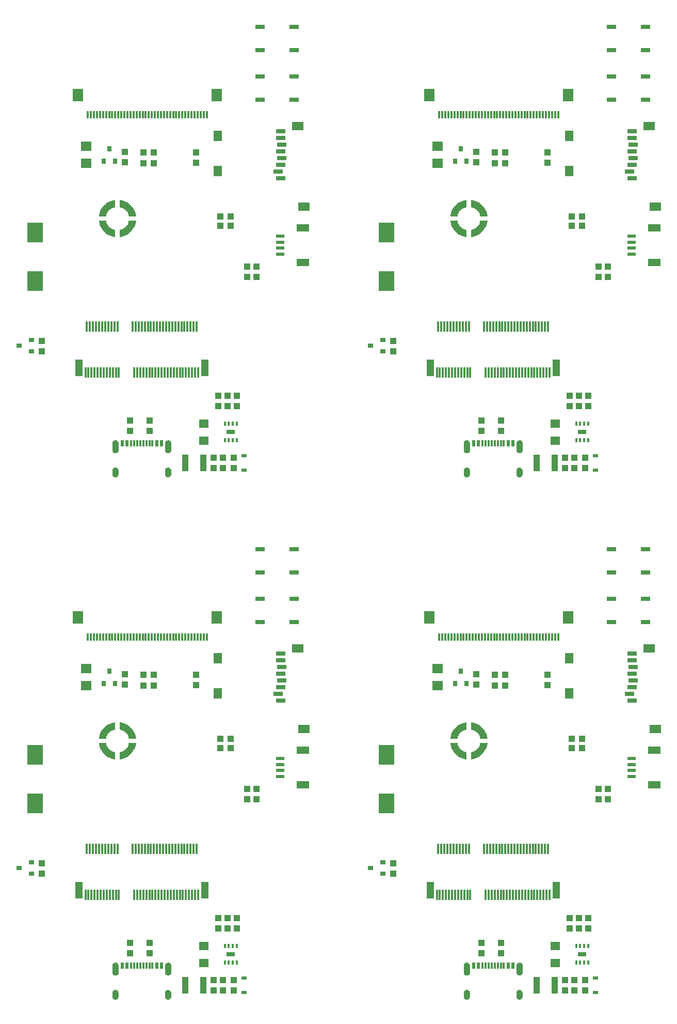
<source format=gbp>
G04 EAGLE Gerber RS-274X export*
G75*
%MOMM*%
%FSLAX34Y34*%
%LPD*%
%INSolderpaste Bottom*%
%IPPOS*%
%AMOC8*
5,1,8,0,0,1.08239X$1,22.5*%
G01*
%ADD10R,1.000000X1.100000*%
%ADD11R,1.600000X1.400000*%
%ADD12R,0.830000X0.630000*%
%ADD13R,1.000000X2.800000*%
%ADD14R,1.200000X2.750000*%
%ADD15R,0.300000X1.750000*%
%ADD16R,1.400000X1.800000*%
%ADD17R,1.900000X1.400000*%
%ADD18R,1.500000X0.800000*%
%ADD19R,0.300000X1.000000*%
%ADD20R,0.600000X1.000000*%
%ADD21R,1.524000X0.762000*%
%ADD22R,1.375000X0.800000*%
%ADD23R,0.300000X0.650000*%
%ADD24R,1.100000X1.000000*%
%ADD25R,0.300000X1.200000*%
%ADD26R,1.800000X2.000000*%
%ADD27R,0.800000X0.900000*%
%ADD28R,2.000000X1.200000*%
%ADD29R,1.350000X0.600000*%
%ADD30R,2.500000X3.200000*%
%ADD31R,1.800000X1.600000*%
%ADD32R,0.900000X0.800000*%

G36*
X818439Y1254141D02*
X818439Y1254141D01*
X818484Y1254142D01*
X818535Y1254164D01*
X818590Y1254177D01*
X818626Y1254203D01*
X818666Y1254221D01*
X818705Y1254262D01*
X818750Y1254295D01*
X818773Y1254333D01*
X818803Y1254365D01*
X818823Y1254418D01*
X818852Y1254466D01*
X818860Y1254517D01*
X818873Y1254551D01*
X818872Y1254585D01*
X818879Y1254630D01*
X818879Y1265630D01*
X818869Y1265683D01*
X818868Y1265736D01*
X818849Y1265779D01*
X818840Y1265825D01*
X818809Y1265869D01*
X818788Y1265918D01*
X818754Y1265950D01*
X818727Y1265989D01*
X818682Y1266018D01*
X818643Y1266054D01*
X818592Y1266075D01*
X818560Y1266096D01*
X818528Y1266101D01*
X818489Y1266117D01*
X815754Y1266728D01*
X813190Y1267756D01*
X810826Y1269183D01*
X808722Y1270972D01*
X806933Y1273076D01*
X805506Y1275440D01*
X804478Y1278004D01*
X803867Y1280739D01*
X803845Y1280788D01*
X803833Y1280840D01*
X803805Y1280878D01*
X803786Y1280920D01*
X803747Y1280957D01*
X803715Y1281000D01*
X803675Y1281024D01*
X803641Y1281056D01*
X803590Y1281074D01*
X803544Y1281102D01*
X803490Y1281111D01*
X803454Y1281124D01*
X803422Y1281122D01*
X803380Y1281129D01*
X792380Y1281129D01*
X792325Y1281118D01*
X792269Y1281117D01*
X792228Y1281098D01*
X792185Y1281090D01*
X792139Y1281058D01*
X792088Y1281035D01*
X792058Y1281002D01*
X792021Y1280977D01*
X791991Y1280930D01*
X791953Y1280888D01*
X791938Y1280847D01*
X791914Y1280810D01*
X791905Y1280754D01*
X791886Y1280701D01*
X791887Y1280649D01*
X791881Y1280613D01*
X791889Y1280581D01*
X791889Y1280576D01*
X791889Y1280574D01*
X791889Y1280573D01*
X791890Y1280535D01*
X792729Y1276214D01*
X792741Y1276185D01*
X792749Y1276143D01*
X794218Y1271993D01*
X794234Y1271966D01*
X794248Y1271926D01*
X796314Y1268039D01*
X796334Y1268015D01*
X796353Y1267977D01*
X798971Y1264438D01*
X798995Y1264417D01*
X799020Y1264382D01*
X802132Y1261270D01*
X802147Y1261260D01*
X802155Y1261249D01*
X802170Y1261240D01*
X802188Y1261221D01*
X805727Y1258603D01*
X805755Y1258590D01*
X805789Y1258564D01*
X809676Y1256498D01*
X809706Y1256489D01*
X809743Y1256468D01*
X813893Y1254999D01*
X813924Y1254994D01*
X813964Y1254979D01*
X818285Y1254140D01*
X818341Y1254140D01*
X818397Y1254131D01*
X818439Y1254141D01*
G37*
G36*
X241859Y1254141D02*
X241859Y1254141D01*
X241904Y1254142D01*
X241955Y1254164D01*
X242010Y1254177D01*
X242046Y1254203D01*
X242086Y1254221D01*
X242125Y1254262D01*
X242170Y1254295D01*
X242193Y1254333D01*
X242223Y1254365D01*
X242243Y1254418D01*
X242272Y1254466D01*
X242280Y1254517D01*
X242293Y1254551D01*
X242292Y1254585D01*
X242299Y1254630D01*
X242299Y1265630D01*
X242289Y1265683D01*
X242288Y1265736D01*
X242269Y1265779D01*
X242260Y1265825D01*
X242229Y1265869D01*
X242208Y1265918D01*
X242174Y1265950D01*
X242147Y1265989D01*
X242102Y1266018D01*
X242063Y1266054D01*
X242012Y1266075D01*
X241980Y1266096D01*
X241948Y1266101D01*
X241909Y1266117D01*
X239174Y1266728D01*
X236610Y1267756D01*
X234246Y1269183D01*
X232142Y1270972D01*
X230353Y1273076D01*
X228926Y1275440D01*
X227898Y1278004D01*
X227287Y1280739D01*
X227265Y1280788D01*
X227253Y1280840D01*
X227225Y1280878D01*
X227206Y1280920D01*
X227167Y1280957D01*
X227135Y1281000D01*
X227095Y1281024D01*
X227061Y1281056D01*
X227010Y1281074D01*
X226964Y1281102D01*
X226910Y1281111D01*
X226874Y1281124D01*
X226842Y1281122D01*
X226800Y1281129D01*
X215800Y1281129D01*
X215745Y1281118D01*
X215689Y1281117D01*
X215648Y1281098D01*
X215605Y1281090D01*
X215559Y1281058D01*
X215508Y1281035D01*
X215478Y1281002D01*
X215441Y1280977D01*
X215411Y1280930D01*
X215373Y1280888D01*
X215358Y1280847D01*
X215334Y1280810D01*
X215325Y1280754D01*
X215306Y1280701D01*
X215307Y1280649D01*
X215301Y1280613D01*
X215309Y1280581D01*
X215309Y1280576D01*
X215309Y1280574D01*
X215309Y1280573D01*
X215310Y1280535D01*
X216149Y1276214D01*
X216161Y1276185D01*
X216169Y1276143D01*
X217638Y1271993D01*
X217654Y1271966D01*
X217668Y1271926D01*
X219734Y1268039D01*
X219754Y1268015D01*
X219773Y1267977D01*
X222391Y1264438D01*
X222415Y1264417D01*
X222440Y1264382D01*
X225552Y1261270D01*
X225567Y1261260D01*
X225575Y1261249D01*
X225590Y1261240D01*
X225608Y1261221D01*
X229147Y1258603D01*
X229175Y1258590D01*
X229209Y1258564D01*
X233096Y1256498D01*
X233126Y1256489D01*
X233163Y1256468D01*
X237313Y1254999D01*
X237344Y1254994D01*
X237384Y1254979D01*
X241705Y1254140D01*
X241761Y1254140D01*
X241817Y1254131D01*
X241859Y1254141D01*
G37*
G36*
X818439Y398161D02*
X818439Y398161D01*
X818484Y398162D01*
X818535Y398184D01*
X818590Y398197D01*
X818626Y398223D01*
X818666Y398241D01*
X818705Y398282D01*
X818750Y398315D01*
X818773Y398353D01*
X818803Y398385D01*
X818823Y398438D01*
X818852Y398486D01*
X818860Y398537D01*
X818873Y398571D01*
X818872Y398605D01*
X818879Y398650D01*
X818879Y409650D01*
X818869Y409703D01*
X818868Y409756D01*
X818849Y409799D01*
X818840Y409845D01*
X818809Y409889D01*
X818788Y409938D01*
X818754Y409970D01*
X818727Y410009D01*
X818682Y410038D01*
X818643Y410074D01*
X818592Y410095D01*
X818560Y410116D01*
X818528Y410121D01*
X818489Y410137D01*
X815754Y410748D01*
X813190Y411776D01*
X810826Y413203D01*
X808722Y414992D01*
X806933Y417096D01*
X805506Y419460D01*
X804478Y422024D01*
X803867Y424759D01*
X803845Y424808D01*
X803833Y424860D01*
X803805Y424898D01*
X803786Y424940D01*
X803747Y424977D01*
X803715Y425020D01*
X803675Y425044D01*
X803641Y425076D01*
X803590Y425094D01*
X803544Y425122D01*
X803490Y425131D01*
X803454Y425144D01*
X803422Y425142D01*
X803380Y425149D01*
X792380Y425149D01*
X792325Y425138D01*
X792269Y425137D01*
X792228Y425118D01*
X792185Y425110D01*
X792139Y425078D01*
X792088Y425055D01*
X792058Y425022D01*
X792021Y424997D01*
X791991Y424950D01*
X791953Y424908D01*
X791938Y424867D01*
X791914Y424830D01*
X791905Y424774D01*
X791886Y424721D01*
X791887Y424669D01*
X791881Y424633D01*
X791889Y424601D01*
X791889Y424596D01*
X791889Y424594D01*
X791889Y424593D01*
X791890Y424555D01*
X792729Y420234D01*
X792741Y420205D01*
X792749Y420163D01*
X794218Y416013D01*
X794234Y415986D01*
X794248Y415946D01*
X796314Y412059D01*
X796334Y412035D01*
X796353Y411997D01*
X798971Y408458D01*
X798995Y408437D01*
X799020Y408402D01*
X802132Y405290D01*
X802147Y405280D01*
X802155Y405269D01*
X802170Y405260D01*
X802188Y405241D01*
X805727Y402623D01*
X805755Y402610D01*
X805789Y402584D01*
X809676Y400518D01*
X809706Y400509D01*
X809743Y400488D01*
X813893Y399019D01*
X813924Y399014D01*
X813964Y398999D01*
X818285Y398160D01*
X818341Y398160D01*
X818397Y398151D01*
X818439Y398161D01*
G37*
G36*
X241859Y398161D02*
X241859Y398161D01*
X241904Y398162D01*
X241955Y398184D01*
X242010Y398197D01*
X242046Y398223D01*
X242086Y398241D01*
X242125Y398282D01*
X242170Y398315D01*
X242193Y398353D01*
X242223Y398385D01*
X242243Y398438D01*
X242272Y398486D01*
X242280Y398537D01*
X242293Y398571D01*
X242292Y398605D01*
X242299Y398650D01*
X242299Y409650D01*
X242289Y409703D01*
X242288Y409756D01*
X242269Y409799D01*
X242260Y409845D01*
X242229Y409889D01*
X242208Y409938D01*
X242174Y409970D01*
X242147Y410009D01*
X242102Y410038D01*
X242063Y410074D01*
X242012Y410095D01*
X241980Y410116D01*
X241948Y410121D01*
X241909Y410137D01*
X239174Y410748D01*
X236610Y411776D01*
X234246Y413203D01*
X232142Y414992D01*
X230353Y417096D01*
X228926Y419460D01*
X227898Y422024D01*
X227287Y424759D01*
X227265Y424808D01*
X227253Y424860D01*
X227225Y424898D01*
X227206Y424940D01*
X227167Y424977D01*
X227135Y425020D01*
X227095Y425044D01*
X227061Y425076D01*
X227010Y425094D01*
X226964Y425122D01*
X226910Y425131D01*
X226874Y425144D01*
X226842Y425142D01*
X226800Y425149D01*
X215800Y425149D01*
X215745Y425138D01*
X215689Y425137D01*
X215648Y425118D01*
X215605Y425110D01*
X215559Y425078D01*
X215508Y425055D01*
X215478Y425022D01*
X215441Y424997D01*
X215411Y424950D01*
X215373Y424908D01*
X215358Y424867D01*
X215334Y424830D01*
X215325Y424774D01*
X215306Y424721D01*
X215307Y424669D01*
X215301Y424633D01*
X215309Y424601D01*
X215309Y424596D01*
X215309Y424594D01*
X215309Y424593D01*
X215310Y424555D01*
X216149Y420234D01*
X216161Y420205D01*
X216169Y420163D01*
X217638Y416013D01*
X217654Y415986D01*
X217668Y415946D01*
X219734Y412059D01*
X219754Y412035D01*
X219773Y411997D01*
X222391Y408458D01*
X222415Y408437D01*
X222440Y408402D01*
X225552Y405290D01*
X225567Y405280D01*
X225575Y405269D01*
X225590Y405260D01*
X225608Y405241D01*
X229147Y402623D01*
X229175Y402610D01*
X229209Y402584D01*
X233096Y400518D01*
X233126Y400509D01*
X233163Y400488D01*
X237313Y399019D01*
X237344Y399014D01*
X237384Y398999D01*
X241705Y398160D01*
X241761Y398160D01*
X241817Y398151D01*
X241859Y398161D01*
G37*
G36*
X226853Y1288141D02*
X226853Y1288141D01*
X226906Y1288142D01*
X226949Y1288161D01*
X226995Y1288170D01*
X227039Y1288201D01*
X227088Y1288222D01*
X227120Y1288256D01*
X227159Y1288283D01*
X227188Y1288328D01*
X227224Y1288367D01*
X227245Y1288418D01*
X227266Y1288450D01*
X227271Y1288482D01*
X227287Y1288521D01*
X227898Y1291256D01*
X228926Y1293820D01*
X230353Y1296184D01*
X232142Y1298288D01*
X234246Y1300077D01*
X236610Y1301504D01*
X239174Y1302532D01*
X241909Y1303143D01*
X241958Y1303165D01*
X242010Y1303177D01*
X242048Y1303205D01*
X242090Y1303224D01*
X242127Y1303263D01*
X242170Y1303295D01*
X242194Y1303335D01*
X242226Y1303369D01*
X242244Y1303420D01*
X242272Y1303466D01*
X242281Y1303520D01*
X242294Y1303556D01*
X242292Y1303588D01*
X242299Y1303630D01*
X242299Y1314630D01*
X242288Y1314685D01*
X242287Y1314741D01*
X242268Y1314782D01*
X242260Y1314825D01*
X242228Y1314871D01*
X242205Y1314923D01*
X242172Y1314952D01*
X242147Y1314989D01*
X242100Y1315019D01*
X242058Y1315057D01*
X242017Y1315072D01*
X241980Y1315096D01*
X241924Y1315105D01*
X241871Y1315124D01*
X241819Y1315123D01*
X241783Y1315129D01*
X241751Y1315121D01*
X241705Y1315120D01*
X237384Y1314281D01*
X237355Y1314269D01*
X237313Y1314261D01*
X233163Y1312792D01*
X233136Y1312776D01*
X233096Y1312762D01*
X229209Y1310696D01*
X229185Y1310676D01*
X229147Y1310657D01*
X225608Y1308039D01*
X225587Y1308015D01*
X225552Y1307990D01*
X222440Y1304878D01*
X222422Y1304852D01*
X222391Y1304822D01*
X219773Y1301284D01*
X219760Y1301255D01*
X219734Y1301221D01*
X217668Y1297334D01*
X217661Y1297311D01*
X217652Y1297297D01*
X217650Y1297289D01*
X217638Y1297267D01*
X216169Y1293117D01*
X216164Y1293086D01*
X216149Y1293046D01*
X215310Y1288725D01*
X215310Y1288669D01*
X215301Y1288613D01*
X215311Y1288571D01*
X215312Y1288526D01*
X215334Y1288475D01*
X215347Y1288420D01*
X215373Y1288385D01*
X215391Y1288344D01*
X215432Y1288305D01*
X215465Y1288260D01*
X215503Y1288237D01*
X215535Y1288207D01*
X215588Y1288187D01*
X215636Y1288158D01*
X215687Y1288150D01*
X215721Y1288137D01*
X215755Y1288138D01*
X215800Y1288131D01*
X226800Y1288131D01*
X226853Y1288141D01*
G37*
G36*
X803433Y1288141D02*
X803433Y1288141D01*
X803486Y1288142D01*
X803529Y1288161D01*
X803575Y1288170D01*
X803619Y1288201D01*
X803668Y1288222D01*
X803700Y1288256D01*
X803739Y1288283D01*
X803768Y1288328D01*
X803804Y1288367D01*
X803825Y1288418D01*
X803846Y1288450D01*
X803851Y1288482D01*
X803867Y1288521D01*
X804478Y1291256D01*
X805506Y1293820D01*
X806933Y1296184D01*
X808722Y1298288D01*
X810826Y1300077D01*
X813190Y1301504D01*
X815754Y1302532D01*
X818489Y1303143D01*
X818538Y1303165D01*
X818590Y1303177D01*
X818628Y1303205D01*
X818670Y1303224D01*
X818707Y1303263D01*
X818750Y1303295D01*
X818774Y1303335D01*
X818806Y1303369D01*
X818824Y1303420D01*
X818852Y1303466D01*
X818861Y1303520D01*
X818874Y1303556D01*
X818872Y1303588D01*
X818879Y1303630D01*
X818879Y1314630D01*
X818868Y1314685D01*
X818867Y1314741D01*
X818848Y1314782D01*
X818840Y1314825D01*
X818808Y1314871D01*
X818785Y1314923D01*
X818752Y1314952D01*
X818727Y1314989D01*
X818680Y1315019D01*
X818638Y1315057D01*
X818597Y1315072D01*
X818560Y1315096D01*
X818504Y1315105D01*
X818451Y1315124D01*
X818399Y1315123D01*
X818363Y1315129D01*
X818331Y1315121D01*
X818285Y1315120D01*
X813964Y1314281D01*
X813935Y1314269D01*
X813893Y1314261D01*
X809743Y1312792D01*
X809716Y1312776D01*
X809676Y1312762D01*
X805789Y1310696D01*
X805765Y1310676D01*
X805727Y1310657D01*
X802188Y1308039D01*
X802167Y1308015D01*
X802132Y1307990D01*
X799020Y1304878D01*
X799002Y1304852D01*
X798971Y1304822D01*
X796353Y1301284D01*
X796340Y1301255D01*
X796314Y1301221D01*
X794248Y1297334D01*
X794241Y1297311D01*
X794232Y1297297D01*
X794230Y1297289D01*
X794218Y1297267D01*
X792749Y1293117D01*
X792744Y1293086D01*
X792729Y1293046D01*
X791890Y1288725D01*
X791890Y1288669D01*
X791881Y1288613D01*
X791891Y1288571D01*
X791892Y1288526D01*
X791914Y1288475D01*
X791927Y1288420D01*
X791953Y1288385D01*
X791971Y1288344D01*
X792012Y1288305D01*
X792045Y1288260D01*
X792083Y1288237D01*
X792115Y1288207D01*
X792168Y1288187D01*
X792216Y1288158D01*
X792267Y1288150D01*
X792301Y1288137D01*
X792335Y1288138D01*
X792380Y1288131D01*
X803380Y1288131D01*
X803433Y1288141D01*
G37*
G36*
X803433Y432161D02*
X803433Y432161D01*
X803486Y432162D01*
X803529Y432181D01*
X803575Y432190D01*
X803619Y432221D01*
X803668Y432242D01*
X803700Y432276D01*
X803739Y432303D01*
X803768Y432348D01*
X803804Y432387D01*
X803825Y432438D01*
X803846Y432470D01*
X803851Y432502D01*
X803867Y432541D01*
X804478Y435276D01*
X805506Y437840D01*
X806933Y440204D01*
X808722Y442308D01*
X810826Y444097D01*
X813190Y445524D01*
X815754Y446552D01*
X818489Y447163D01*
X818538Y447185D01*
X818590Y447197D01*
X818628Y447225D01*
X818670Y447244D01*
X818707Y447283D01*
X818750Y447315D01*
X818774Y447355D01*
X818806Y447389D01*
X818824Y447440D01*
X818852Y447486D01*
X818861Y447540D01*
X818874Y447576D01*
X818872Y447608D01*
X818879Y447650D01*
X818879Y458650D01*
X818868Y458705D01*
X818867Y458761D01*
X818848Y458802D01*
X818840Y458845D01*
X818808Y458891D01*
X818785Y458943D01*
X818752Y458972D01*
X818727Y459009D01*
X818680Y459039D01*
X818638Y459077D01*
X818597Y459092D01*
X818560Y459116D01*
X818504Y459125D01*
X818451Y459144D01*
X818399Y459143D01*
X818363Y459149D01*
X818331Y459141D01*
X818285Y459140D01*
X813964Y458301D01*
X813935Y458289D01*
X813893Y458281D01*
X809743Y456812D01*
X809716Y456796D01*
X809676Y456782D01*
X805789Y454716D01*
X805765Y454696D01*
X805727Y454677D01*
X802188Y452059D01*
X802167Y452035D01*
X802132Y452010D01*
X799020Y448898D01*
X799002Y448872D01*
X798971Y448842D01*
X796353Y445304D01*
X796340Y445275D01*
X796314Y445241D01*
X794248Y441354D01*
X794241Y441331D01*
X794232Y441317D01*
X794230Y441309D01*
X794218Y441287D01*
X792749Y437137D01*
X792744Y437106D01*
X792729Y437066D01*
X791890Y432745D01*
X791890Y432689D01*
X791881Y432633D01*
X791891Y432591D01*
X791892Y432546D01*
X791914Y432495D01*
X791927Y432440D01*
X791953Y432405D01*
X791971Y432364D01*
X792012Y432325D01*
X792045Y432280D01*
X792083Y432257D01*
X792115Y432227D01*
X792168Y432207D01*
X792216Y432178D01*
X792267Y432170D01*
X792301Y432157D01*
X792335Y432158D01*
X792380Y432151D01*
X803380Y432151D01*
X803433Y432161D01*
G37*
G36*
X226853Y432161D02*
X226853Y432161D01*
X226906Y432162D01*
X226949Y432181D01*
X226995Y432190D01*
X227039Y432221D01*
X227088Y432242D01*
X227120Y432276D01*
X227159Y432303D01*
X227188Y432348D01*
X227224Y432387D01*
X227245Y432438D01*
X227266Y432470D01*
X227271Y432502D01*
X227287Y432541D01*
X227898Y435276D01*
X228926Y437840D01*
X230353Y440204D01*
X232142Y442308D01*
X234246Y444097D01*
X236610Y445524D01*
X239174Y446552D01*
X241909Y447163D01*
X241958Y447185D01*
X242010Y447197D01*
X242048Y447225D01*
X242090Y447244D01*
X242127Y447283D01*
X242170Y447315D01*
X242194Y447355D01*
X242226Y447389D01*
X242244Y447440D01*
X242272Y447486D01*
X242281Y447540D01*
X242294Y447576D01*
X242292Y447608D01*
X242299Y447650D01*
X242299Y458650D01*
X242288Y458705D01*
X242287Y458761D01*
X242268Y458802D01*
X242260Y458845D01*
X242228Y458891D01*
X242205Y458943D01*
X242172Y458972D01*
X242147Y459009D01*
X242100Y459039D01*
X242058Y459077D01*
X242017Y459092D01*
X241980Y459116D01*
X241924Y459125D01*
X241871Y459144D01*
X241819Y459143D01*
X241783Y459149D01*
X241751Y459141D01*
X241705Y459140D01*
X237384Y458301D01*
X237355Y458289D01*
X237313Y458281D01*
X233163Y456812D01*
X233136Y456796D01*
X233096Y456782D01*
X229209Y454716D01*
X229185Y454696D01*
X229147Y454677D01*
X225608Y452059D01*
X225587Y452035D01*
X225552Y452010D01*
X222440Y448898D01*
X222422Y448872D01*
X222391Y448842D01*
X219773Y445304D01*
X219760Y445275D01*
X219734Y445241D01*
X217668Y441354D01*
X217661Y441331D01*
X217652Y441317D01*
X217650Y441309D01*
X217638Y441287D01*
X216169Y437137D01*
X216164Y437106D01*
X216149Y437066D01*
X215310Y432745D01*
X215310Y432689D01*
X215301Y432633D01*
X215311Y432591D01*
X215312Y432546D01*
X215334Y432495D01*
X215347Y432440D01*
X215373Y432405D01*
X215391Y432364D01*
X215432Y432325D01*
X215465Y432280D01*
X215503Y432257D01*
X215535Y432227D01*
X215588Y432207D01*
X215636Y432178D01*
X215687Y432170D01*
X215721Y432157D01*
X215755Y432158D01*
X215800Y432151D01*
X226800Y432151D01*
X226853Y432161D01*
G37*
G36*
X852435Y1288142D02*
X852435Y1288142D01*
X852491Y1288143D01*
X852532Y1288162D01*
X852575Y1288170D01*
X852621Y1288202D01*
X852673Y1288225D01*
X852702Y1288258D01*
X852739Y1288283D01*
X852769Y1288330D01*
X852807Y1288372D01*
X852822Y1288413D01*
X852846Y1288450D01*
X852855Y1288506D01*
X852874Y1288559D01*
X852873Y1288611D01*
X852879Y1288647D01*
X852871Y1288679D01*
X852870Y1288725D01*
X852031Y1293046D01*
X852019Y1293075D01*
X852011Y1293117D01*
X850542Y1297267D01*
X850526Y1297294D01*
X850517Y1297321D01*
X850515Y1297327D01*
X850514Y1297329D01*
X850512Y1297334D01*
X848446Y1301221D01*
X848426Y1301245D01*
X848407Y1301284D01*
X845789Y1304822D01*
X845765Y1304843D01*
X845740Y1304878D01*
X842628Y1307990D01*
X842602Y1308008D01*
X842572Y1308039D01*
X839034Y1310657D01*
X839005Y1310670D01*
X838971Y1310696D01*
X835084Y1312762D01*
X835054Y1312771D01*
X835017Y1312792D01*
X830867Y1314261D01*
X830836Y1314266D01*
X830796Y1314281D01*
X826475Y1315120D01*
X826419Y1315120D01*
X826363Y1315129D01*
X826321Y1315119D01*
X826276Y1315118D01*
X826225Y1315096D01*
X826170Y1315083D01*
X826135Y1315057D01*
X826094Y1315039D01*
X826055Y1314998D01*
X826010Y1314965D01*
X825987Y1314927D01*
X825957Y1314895D01*
X825937Y1314842D01*
X825908Y1314794D01*
X825900Y1314743D01*
X825887Y1314709D01*
X825888Y1314675D01*
X825881Y1314630D01*
X825881Y1303630D01*
X825891Y1303577D01*
X825892Y1303524D01*
X825911Y1303481D01*
X825920Y1303435D01*
X825951Y1303391D01*
X825972Y1303342D01*
X826006Y1303310D01*
X826033Y1303271D01*
X826078Y1303242D01*
X826117Y1303206D01*
X826168Y1303185D01*
X826200Y1303164D01*
X826232Y1303159D01*
X826271Y1303143D01*
X829006Y1302532D01*
X831570Y1301504D01*
X833934Y1300077D01*
X836038Y1298288D01*
X837827Y1296184D01*
X839254Y1293820D01*
X840282Y1291256D01*
X840893Y1288521D01*
X840915Y1288472D01*
X840927Y1288420D01*
X840955Y1288382D01*
X840974Y1288340D01*
X841013Y1288303D01*
X841045Y1288260D01*
X841085Y1288236D01*
X841119Y1288204D01*
X841170Y1288186D01*
X841216Y1288158D01*
X841270Y1288149D01*
X841306Y1288136D01*
X841338Y1288138D01*
X841380Y1288131D01*
X852380Y1288131D01*
X852435Y1288142D01*
G37*
G36*
X275855Y1288142D02*
X275855Y1288142D01*
X275911Y1288143D01*
X275952Y1288162D01*
X275995Y1288170D01*
X276041Y1288202D01*
X276093Y1288225D01*
X276122Y1288258D01*
X276159Y1288283D01*
X276189Y1288330D01*
X276227Y1288372D01*
X276242Y1288413D01*
X276266Y1288450D01*
X276275Y1288506D01*
X276294Y1288559D01*
X276293Y1288611D01*
X276299Y1288647D01*
X276291Y1288679D01*
X276290Y1288725D01*
X275451Y1293046D01*
X275439Y1293075D01*
X275431Y1293117D01*
X273962Y1297267D01*
X273946Y1297294D01*
X273937Y1297321D01*
X273935Y1297327D01*
X273934Y1297329D01*
X273932Y1297334D01*
X271866Y1301221D01*
X271846Y1301245D01*
X271827Y1301284D01*
X269209Y1304822D01*
X269185Y1304843D01*
X269160Y1304878D01*
X266048Y1307990D01*
X266022Y1308008D01*
X265992Y1308039D01*
X262454Y1310657D01*
X262425Y1310670D01*
X262391Y1310696D01*
X258504Y1312762D01*
X258474Y1312771D01*
X258437Y1312792D01*
X254287Y1314261D01*
X254256Y1314266D01*
X254216Y1314281D01*
X249895Y1315120D01*
X249839Y1315120D01*
X249783Y1315129D01*
X249741Y1315119D01*
X249696Y1315118D01*
X249645Y1315096D01*
X249590Y1315083D01*
X249555Y1315057D01*
X249514Y1315039D01*
X249475Y1314998D01*
X249430Y1314965D01*
X249407Y1314927D01*
X249377Y1314895D01*
X249357Y1314842D01*
X249328Y1314794D01*
X249320Y1314743D01*
X249307Y1314709D01*
X249308Y1314675D01*
X249301Y1314630D01*
X249301Y1303630D01*
X249311Y1303577D01*
X249312Y1303524D01*
X249331Y1303481D01*
X249340Y1303435D01*
X249371Y1303391D01*
X249392Y1303342D01*
X249426Y1303310D01*
X249453Y1303271D01*
X249498Y1303242D01*
X249537Y1303206D01*
X249588Y1303185D01*
X249620Y1303164D01*
X249652Y1303159D01*
X249691Y1303143D01*
X252426Y1302532D01*
X254990Y1301504D01*
X257354Y1300077D01*
X259458Y1298288D01*
X261247Y1296184D01*
X262674Y1293820D01*
X263702Y1291256D01*
X264313Y1288521D01*
X264335Y1288472D01*
X264347Y1288420D01*
X264375Y1288382D01*
X264394Y1288340D01*
X264433Y1288303D01*
X264465Y1288260D01*
X264505Y1288236D01*
X264539Y1288204D01*
X264590Y1288186D01*
X264636Y1288158D01*
X264690Y1288149D01*
X264726Y1288136D01*
X264758Y1288138D01*
X264800Y1288131D01*
X275800Y1288131D01*
X275855Y1288142D01*
G37*
G36*
X852435Y432162D02*
X852435Y432162D01*
X852491Y432163D01*
X852532Y432182D01*
X852575Y432190D01*
X852621Y432222D01*
X852673Y432245D01*
X852702Y432278D01*
X852739Y432303D01*
X852769Y432350D01*
X852807Y432392D01*
X852822Y432433D01*
X852846Y432470D01*
X852855Y432526D01*
X852874Y432579D01*
X852873Y432631D01*
X852879Y432667D01*
X852871Y432699D01*
X852870Y432745D01*
X852031Y437066D01*
X852019Y437095D01*
X852011Y437137D01*
X850542Y441287D01*
X850526Y441314D01*
X850517Y441341D01*
X850515Y441347D01*
X850514Y441349D01*
X850512Y441354D01*
X848446Y445241D01*
X848426Y445265D01*
X848407Y445304D01*
X845789Y448842D01*
X845765Y448863D01*
X845740Y448898D01*
X842628Y452010D01*
X842602Y452028D01*
X842572Y452059D01*
X839034Y454677D01*
X839005Y454690D01*
X838971Y454716D01*
X835084Y456782D01*
X835054Y456791D01*
X835017Y456812D01*
X830867Y458281D01*
X830836Y458286D01*
X830796Y458301D01*
X826475Y459140D01*
X826419Y459140D01*
X826363Y459149D01*
X826321Y459139D01*
X826276Y459138D01*
X826225Y459116D01*
X826170Y459103D01*
X826135Y459077D01*
X826094Y459059D01*
X826055Y459018D01*
X826010Y458985D01*
X825987Y458947D01*
X825957Y458915D01*
X825937Y458862D01*
X825908Y458814D01*
X825900Y458763D01*
X825887Y458729D01*
X825888Y458695D01*
X825881Y458650D01*
X825881Y447650D01*
X825891Y447597D01*
X825892Y447544D01*
X825911Y447501D01*
X825920Y447455D01*
X825951Y447411D01*
X825972Y447362D01*
X826006Y447330D01*
X826033Y447291D01*
X826078Y447262D01*
X826117Y447226D01*
X826168Y447205D01*
X826200Y447184D01*
X826232Y447179D01*
X826271Y447163D01*
X829006Y446552D01*
X831570Y445524D01*
X833934Y444097D01*
X836038Y442308D01*
X837827Y440204D01*
X839254Y437840D01*
X840282Y435276D01*
X840893Y432541D01*
X840915Y432492D01*
X840927Y432440D01*
X840955Y432402D01*
X840974Y432360D01*
X841013Y432323D01*
X841045Y432280D01*
X841085Y432256D01*
X841119Y432224D01*
X841170Y432206D01*
X841216Y432178D01*
X841270Y432169D01*
X841306Y432156D01*
X841338Y432158D01*
X841380Y432151D01*
X852380Y432151D01*
X852435Y432162D01*
G37*
G36*
X275855Y432162D02*
X275855Y432162D01*
X275911Y432163D01*
X275952Y432182D01*
X275995Y432190D01*
X276041Y432222D01*
X276093Y432245D01*
X276122Y432278D01*
X276159Y432303D01*
X276189Y432350D01*
X276227Y432392D01*
X276242Y432433D01*
X276266Y432470D01*
X276275Y432526D01*
X276294Y432579D01*
X276293Y432631D01*
X276299Y432667D01*
X276291Y432699D01*
X276290Y432745D01*
X275451Y437066D01*
X275439Y437095D01*
X275431Y437137D01*
X273962Y441287D01*
X273946Y441314D01*
X273937Y441341D01*
X273935Y441347D01*
X273934Y441349D01*
X273932Y441354D01*
X271866Y445241D01*
X271846Y445265D01*
X271827Y445304D01*
X269209Y448842D01*
X269185Y448863D01*
X269160Y448898D01*
X266048Y452010D01*
X266022Y452028D01*
X265992Y452059D01*
X262454Y454677D01*
X262425Y454690D01*
X262391Y454716D01*
X258504Y456782D01*
X258474Y456791D01*
X258437Y456812D01*
X254287Y458281D01*
X254256Y458286D01*
X254216Y458301D01*
X249895Y459140D01*
X249839Y459140D01*
X249783Y459149D01*
X249741Y459139D01*
X249696Y459138D01*
X249645Y459116D01*
X249590Y459103D01*
X249555Y459077D01*
X249514Y459059D01*
X249475Y459018D01*
X249430Y458985D01*
X249407Y458947D01*
X249377Y458915D01*
X249357Y458862D01*
X249328Y458814D01*
X249320Y458763D01*
X249307Y458729D01*
X249308Y458695D01*
X249301Y458650D01*
X249301Y447650D01*
X249311Y447597D01*
X249312Y447544D01*
X249331Y447501D01*
X249340Y447455D01*
X249371Y447411D01*
X249392Y447362D01*
X249426Y447330D01*
X249453Y447291D01*
X249498Y447262D01*
X249537Y447226D01*
X249588Y447205D01*
X249620Y447184D01*
X249652Y447179D01*
X249691Y447163D01*
X252426Y446552D01*
X254990Y445524D01*
X257354Y444097D01*
X259458Y442308D01*
X261247Y440204D01*
X262674Y437840D01*
X263702Y435276D01*
X264313Y432541D01*
X264335Y432492D01*
X264347Y432440D01*
X264375Y432402D01*
X264394Y432360D01*
X264433Y432323D01*
X264465Y432280D01*
X264505Y432256D01*
X264539Y432224D01*
X264590Y432206D01*
X264636Y432178D01*
X264690Y432169D01*
X264726Y432156D01*
X264758Y432158D01*
X264800Y432151D01*
X275800Y432151D01*
X275855Y432162D01*
G37*
G36*
X249849Y1254139D02*
X249849Y1254139D01*
X249895Y1254140D01*
X254216Y1254979D01*
X254245Y1254991D01*
X254287Y1254999D01*
X258437Y1256468D01*
X258464Y1256484D01*
X258504Y1256498D01*
X262391Y1258564D01*
X262415Y1258584D01*
X262454Y1258603D01*
X265992Y1261221D01*
X266013Y1261245D01*
X266048Y1261270D01*
X269160Y1264382D01*
X269178Y1264409D01*
X269209Y1264438D01*
X271827Y1267977D01*
X271840Y1268005D01*
X271866Y1268039D01*
X273932Y1271926D01*
X273941Y1271956D01*
X273962Y1271993D01*
X275431Y1276143D01*
X275436Y1276174D01*
X275451Y1276214D01*
X276290Y1280535D01*
X276290Y1280591D01*
X276299Y1280647D01*
X276289Y1280689D01*
X276288Y1280734D01*
X276266Y1280785D01*
X276253Y1280840D01*
X276227Y1280876D01*
X276209Y1280916D01*
X276168Y1280955D01*
X276135Y1281000D01*
X276097Y1281023D01*
X276065Y1281053D01*
X276012Y1281073D01*
X275964Y1281102D01*
X275913Y1281110D01*
X275879Y1281123D01*
X275845Y1281122D01*
X275800Y1281129D01*
X264800Y1281129D01*
X264747Y1281119D01*
X264694Y1281118D01*
X264651Y1281099D01*
X264605Y1281090D01*
X264561Y1281059D01*
X264512Y1281038D01*
X264480Y1281004D01*
X264441Y1280977D01*
X264412Y1280932D01*
X264376Y1280893D01*
X264355Y1280842D01*
X264334Y1280810D01*
X264329Y1280778D01*
X264326Y1280772D01*
X264325Y1280771D01*
X264325Y1280769D01*
X264313Y1280739D01*
X263702Y1278004D01*
X262674Y1275440D01*
X261247Y1273076D01*
X259458Y1270972D01*
X257354Y1269183D01*
X254990Y1267756D01*
X252426Y1266728D01*
X249691Y1266117D01*
X249642Y1266095D01*
X249590Y1266083D01*
X249552Y1266055D01*
X249510Y1266036D01*
X249473Y1265997D01*
X249430Y1265965D01*
X249406Y1265925D01*
X249374Y1265891D01*
X249356Y1265840D01*
X249328Y1265794D01*
X249319Y1265740D01*
X249306Y1265704D01*
X249308Y1265672D01*
X249301Y1265630D01*
X249301Y1254630D01*
X249312Y1254575D01*
X249313Y1254519D01*
X249332Y1254478D01*
X249340Y1254435D01*
X249372Y1254389D01*
X249395Y1254338D01*
X249428Y1254308D01*
X249453Y1254271D01*
X249500Y1254241D01*
X249542Y1254203D01*
X249583Y1254188D01*
X249620Y1254164D01*
X249676Y1254155D01*
X249729Y1254136D01*
X249781Y1254137D01*
X249817Y1254131D01*
X249849Y1254139D01*
G37*
G36*
X826429Y1254139D02*
X826429Y1254139D01*
X826475Y1254140D01*
X830796Y1254979D01*
X830825Y1254991D01*
X830867Y1254999D01*
X835017Y1256468D01*
X835044Y1256484D01*
X835084Y1256498D01*
X838971Y1258564D01*
X838995Y1258584D01*
X839034Y1258603D01*
X842572Y1261221D01*
X842593Y1261245D01*
X842628Y1261270D01*
X845740Y1264382D01*
X845758Y1264409D01*
X845789Y1264438D01*
X848407Y1267977D01*
X848420Y1268005D01*
X848446Y1268039D01*
X850512Y1271926D01*
X850521Y1271956D01*
X850542Y1271993D01*
X852011Y1276143D01*
X852016Y1276174D01*
X852031Y1276214D01*
X852870Y1280535D01*
X852870Y1280591D01*
X852879Y1280647D01*
X852869Y1280689D01*
X852868Y1280734D01*
X852846Y1280785D01*
X852833Y1280840D01*
X852807Y1280876D01*
X852789Y1280916D01*
X852748Y1280955D01*
X852715Y1281000D01*
X852677Y1281023D01*
X852645Y1281053D01*
X852592Y1281073D01*
X852544Y1281102D01*
X852493Y1281110D01*
X852459Y1281123D01*
X852425Y1281122D01*
X852380Y1281129D01*
X841380Y1281129D01*
X841327Y1281119D01*
X841274Y1281118D01*
X841231Y1281099D01*
X841185Y1281090D01*
X841141Y1281059D01*
X841092Y1281038D01*
X841060Y1281004D01*
X841021Y1280977D01*
X840992Y1280932D01*
X840956Y1280893D01*
X840935Y1280842D01*
X840914Y1280810D01*
X840909Y1280778D01*
X840906Y1280772D01*
X840905Y1280771D01*
X840905Y1280769D01*
X840893Y1280739D01*
X840282Y1278004D01*
X839254Y1275440D01*
X837827Y1273076D01*
X836038Y1270972D01*
X833934Y1269183D01*
X831570Y1267756D01*
X829006Y1266728D01*
X826271Y1266117D01*
X826222Y1266095D01*
X826170Y1266083D01*
X826132Y1266055D01*
X826090Y1266036D01*
X826053Y1265997D01*
X826010Y1265965D01*
X825986Y1265925D01*
X825954Y1265891D01*
X825936Y1265840D01*
X825908Y1265794D01*
X825899Y1265740D01*
X825886Y1265704D01*
X825888Y1265672D01*
X825881Y1265630D01*
X825881Y1254630D01*
X825892Y1254575D01*
X825893Y1254519D01*
X825912Y1254478D01*
X825920Y1254435D01*
X825952Y1254389D01*
X825975Y1254338D01*
X826008Y1254308D01*
X826033Y1254271D01*
X826080Y1254241D01*
X826122Y1254203D01*
X826163Y1254188D01*
X826200Y1254164D01*
X826256Y1254155D01*
X826309Y1254136D01*
X826361Y1254137D01*
X826397Y1254131D01*
X826429Y1254139D01*
G37*
G36*
X826429Y398159D02*
X826429Y398159D01*
X826475Y398160D01*
X830796Y398999D01*
X830825Y399011D01*
X830867Y399019D01*
X835017Y400488D01*
X835044Y400504D01*
X835084Y400518D01*
X838971Y402584D01*
X838995Y402604D01*
X839034Y402623D01*
X842572Y405241D01*
X842593Y405265D01*
X842628Y405290D01*
X845740Y408402D01*
X845758Y408429D01*
X845789Y408458D01*
X848407Y411997D01*
X848420Y412025D01*
X848446Y412059D01*
X850512Y415946D01*
X850521Y415976D01*
X850542Y416013D01*
X852011Y420163D01*
X852016Y420194D01*
X852031Y420234D01*
X852870Y424555D01*
X852870Y424611D01*
X852879Y424667D01*
X852869Y424709D01*
X852868Y424754D01*
X852846Y424805D01*
X852833Y424860D01*
X852807Y424896D01*
X852789Y424936D01*
X852748Y424975D01*
X852715Y425020D01*
X852677Y425043D01*
X852645Y425073D01*
X852592Y425093D01*
X852544Y425122D01*
X852493Y425130D01*
X852459Y425143D01*
X852425Y425142D01*
X852380Y425149D01*
X841380Y425149D01*
X841327Y425139D01*
X841274Y425138D01*
X841231Y425119D01*
X841185Y425110D01*
X841141Y425079D01*
X841092Y425058D01*
X841060Y425024D01*
X841021Y424997D01*
X840992Y424952D01*
X840956Y424913D01*
X840935Y424862D01*
X840914Y424830D01*
X840909Y424798D01*
X840906Y424792D01*
X840905Y424791D01*
X840905Y424789D01*
X840893Y424759D01*
X840282Y422024D01*
X839254Y419460D01*
X837827Y417096D01*
X836038Y414992D01*
X833934Y413203D01*
X831570Y411776D01*
X829006Y410748D01*
X826271Y410137D01*
X826222Y410115D01*
X826170Y410103D01*
X826132Y410075D01*
X826090Y410056D01*
X826053Y410017D01*
X826010Y409985D01*
X825986Y409945D01*
X825954Y409911D01*
X825936Y409860D01*
X825908Y409814D01*
X825899Y409760D01*
X825886Y409724D01*
X825888Y409692D01*
X825881Y409650D01*
X825881Y398650D01*
X825892Y398595D01*
X825893Y398539D01*
X825912Y398498D01*
X825920Y398455D01*
X825952Y398409D01*
X825975Y398358D01*
X826008Y398328D01*
X826033Y398291D01*
X826080Y398261D01*
X826122Y398223D01*
X826163Y398208D01*
X826200Y398184D01*
X826256Y398175D01*
X826309Y398156D01*
X826361Y398157D01*
X826397Y398151D01*
X826429Y398159D01*
G37*
G36*
X249849Y398159D02*
X249849Y398159D01*
X249895Y398160D01*
X254216Y398999D01*
X254245Y399011D01*
X254287Y399019D01*
X258437Y400488D01*
X258464Y400504D01*
X258504Y400518D01*
X262391Y402584D01*
X262415Y402604D01*
X262454Y402623D01*
X265992Y405241D01*
X266013Y405265D01*
X266048Y405290D01*
X269160Y408402D01*
X269178Y408429D01*
X269209Y408458D01*
X271827Y411997D01*
X271840Y412025D01*
X271866Y412059D01*
X273932Y415946D01*
X273941Y415976D01*
X273962Y416013D01*
X275431Y420163D01*
X275436Y420194D01*
X275451Y420234D01*
X276290Y424555D01*
X276290Y424611D01*
X276299Y424667D01*
X276289Y424709D01*
X276288Y424754D01*
X276266Y424805D01*
X276253Y424860D01*
X276227Y424896D01*
X276209Y424936D01*
X276168Y424975D01*
X276135Y425020D01*
X276097Y425043D01*
X276065Y425073D01*
X276012Y425093D01*
X275964Y425122D01*
X275913Y425130D01*
X275879Y425143D01*
X275845Y425142D01*
X275800Y425149D01*
X264800Y425149D01*
X264747Y425139D01*
X264694Y425138D01*
X264651Y425119D01*
X264605Y425110D01*
X264561Y425079D01*
X264512Y425058D01*
X264480Y425024D01*
X264441Y424997D01*
X264412Y424952D01*
X264376Y424913D01*
X264355Y424862D01*
X264334Y424830D01*
X264329Y424798D01*
X264326Y424792D01*
X264325Y424791D01*
X264325Y424789D01*
X264313Y424759D01*
X263702Y422024D01*
X262674Y419460D01*
X261247Y417096D01*
X259458Y414992D01*
X257354Y413203D01*
X254990Y411776D01*
X252426Y410748D01*
X249691Y410137D01*
X249642Y410115D01*
X249590Y410103D01*
X249552Y410075D01*
X249510Y410056D01*
X249473Y410017D01*
X249430Y409985D01*
X249406Y409945D01*
X249374Y409911D01*
X249356Y409860D01*
X249328Y409814D01*
X249319Y409760D01*
X249306Y409724D01*
X249308Y409692D01*
X249301Y409650D01*
X249301Y398650D01*
X249312Y398595D01*
X249313Y398539D01*
X249332Y398498D01*
X249340Y398455D01*
X249372Y398409D01*
X249395Y398358D01*
X249428Y398328D01*
X249453Y398291D01*
X249500Y398261D01*
X249542Y398223D01*
X249583Y398208D01*
X249620Y398184D01*
X249676Y398175D01*
X249729Y398156D01*
X249781Y398157D01*
X249817Y398151D01*
X249849Y398159D01*
G37*
G36*
X243726Y899932D02*
X243726Y899932D01*
X243730Y899929D01*
X244676Y900141D01*
X244681Y900147D01*
X244686Y900144D01*
X245561Y900562D01*
X245565Y900569D01*
X245571Y900568D01*
X246331Y901169D01*
X246333Y901177D01*
X246339Y901177D01*
X246946Y901933D01*
X246946Y901941D01*
X246952Y901942D01*
X247375Y902814D01*
X247375Y902818D01*
X247377Y902820D01*
X247375Y902823D01*
X247379Y902825D01*
X247598Y903769D01*
X247595Y903776D01*
X247599Y903780D01*
X247599Y915780D01*
X247598Y915782D01*
X247599Y915784D01*
X247518Y916901D01*
X247513Y916907D01*
X247516Y916912D01*
X247189Y917984D01*
X247182Y917988D01*
X247184Y917994D01*
X246627Y918966D01*
X246619Y918969D01*
X246620Y918975D01*
X245860Y919798D01*
X245852Y919799D01*
X245852Y919805D01*
X244927Y920439D01*
X244919Y920438D01*
X244918Y920444D01*
X243876Y920856D01*
X243868Y920854D01*
X243865Y920859D01*
X242757Y921029D01*
X242751Y921025D01*
X242747Y921029D01*
X241639Y920961D01*
X241635Y920957D01*
X241631Y920957D01*
X241628Y920959D01*
X240564Y920646D01*
X240559Y920639D01*
X240553Y920641D01*
X239585Y920099D01*
X239582Y920091D01*
X239576Y920092D01*
X238753Y919348D01*
X238751Y919340D01*
X238746Y919340D01*
X238108Y918431D01*
X238109Y918423D01*
X238103Y918422D01*
X237684Y917394D01*
X237686Y917386D01*
X237681Y917383D01*
X237501Y916288D01*
X237504Y916283D01*
X237501Y916280D01*
X237501Y904280D01*
X237505Y904274D01*
X237502Y904270D01*
X237721Y903224D01*
X237727Y903219D01*
X237724Y903214D01*
X238171Y902243D01*
X238178Y902239D01*
X238177Y902234D01*
X238828Y901387D01*
X238836Y901384D01*
X238836Y901379D01*
X239659Y900698D01*
X239667Y900697D01*
X239668Y900692D01*
X240622Y900211D01*
X240630Y900213D01*
X240633Y900207D01*
X241670Y899951D01*
X241677Y899954D01*
X241681Y899950D01*
X242749Y899931D01*
X242750Y899931D01*
X243719Y899927D01*
X243726Y899932D01*
G37*
G36*
X820306Y899932D02*
X820306Y899932D01*
X820310Y899929D01*
X821256Y900141D01*
X821261Y900147D01*
X821266Y900144D01*
X822141Y900562D01*
X822145Y900569D01*
X822151Y900568D01*
X822911Y901169D01*
X822913Y901177D01*
X822919Y901177D01*
X823526Y901933D01*
X823526Y901941D01*
X823532Y901942D01*
X823955Y902814D01*
X823955Y902818D01*
X823957Y902820D01*
X823955Y902823D01*
X823959Y902825D01*
X824178Y903769D01*
X824175Y903776D01*
X824179Y903780D01*
X824179Y915780D01*
X824178Y915782D01*
X824179Y915784D01*
X824098Y916901D01*
X824093Y916907D01*
X824096Y916912D01*
X823769Y917984D01*
X823762Y917988D01*
X823764Y917994D01*
X823207Y918966D01*
X823199Y918969D01*
X823200Y918975D01*
X822440Y919798D01*
X822432Y919799D01*
X822432Y919805D01*
X821507Y920439D01*
X821499Y920438D01*
X821498Y920444D01*
X820456Y920856D01*
X820448Y920854D01*
X820445Y920859D01*
X819337Y921029D01*
X819331Y921025D01*
X819327Y921029D01*
X818219Y920961D01*
X818215Y920957D01*
X818211Y920957D01*
X818208Y920959D01*
X817144Y920646D01*
X817139Y920639D01*
X817133Y920641D01*
X816165Y920099D01*
X816162Y920091D01*
X816156Y920092D01*
X815333Y919348D01*
X815331Y919340D01*
X815326Y919340D01*
X814688Y918431D01*
X814689Y918423D01*
X814683Y918422D01*
X814264Y917394D01*
X814266Y917386D01*
X814261Y917383D01*
X814081Y916288D01*
X814084Y916283D01*
X814081Y916280D01*
X814081Y904280D01*
X814085Y904274D01*
X814082Y904270D01*
X814301Y903224D01*
X814307Y903219D01*
X814304Y903214D01*
X814751Y902243D01*
X814758Y902239D01*
X814757Y902234D01*
X815408Y901387D01*
X815416Y901384D01*
X815416Y901379D01*
X816239Y900698D01*
X816247Y900697D01*
X816248Y900692D01*
X817202Y900211D01*
X817210Y900213D01*
X817213Y900207D01*
X818250Y899951D01*
X818257Y899954D01*
X818261Y899950D01*
X819329Y899931D01*
X819330Y899931D01*
X820299Y899927D01*
X820306Y899932D01*
G37*
G36*
X243726Y43952D02*
X243726Y43952D01*
X243730Y43949D01*
X244676Y44161D01*
X244681Y44167D01*
X244686Y44164D01*
X245561Y44582D01*
X245565Y44589D01*
X245571Y44588D01*
X246331Y45189D01*
X246333Y45197D01*
X246339Y45197D01*
X246946Y45953D01*
X246946Y45961D01*
X246952Y45962D01*
X247375Y46834D01*
X247375Y46838D01*
X247377Y46840D01*
X247375Y46843D01*
X247379Y46845D01*
X247598Y47789D01*
X247595Y47796D01*
X247599Y47800D01*
X247599Y59800D01*
X247598Y59802D01*
X247599Y59804D01*
X247518Y60921D01*
X247513Y60927D01*
X247516Y60932D01*
X247189Y62004D01*
X247182Y62008D01*
X247184Y62014D01*
X246627Y62986D01*
X246619Y62989D01*
X246620Y62995D01*
X245860Y63818D01*
X245852Y63819D01*
X245852Y63825D01*
X244927Y64459D01*
X244919Y64458D01*
X244918Y64464D01*
X243876Y64876D01*
X243868Y64874D01*
X243865Y64879D01*
X242757Y65049D01*
X242751Y65045D01*
X242747Y65049D01*
X241639Y64981D01*
X241635Y64977D01*
X241631Y64977D01*
X241628Y64979D01*
X240564Y64666D01*
X240559Y64659D01*
X240553Y64661D01*
X239585Y64119D01*
X239582Y64111D01*
X239576Y64112D01*
X238753Y63368D01*
X238751Y63360D01*
X238746Y63360D01*
X238108Y62451D01*
X238109Y62443D01*
X238103Y62442D01*
X237684Y61414D01*
X237686Y61406D01*
X237681Y61403D01*
X237501Y60308D01*
X237504Y60303D01*
X237501Y60300D01*
X237501Y48300D01*
X237505Y48294D01*
X237502Y48290D01*
X237721Y47244D01*
X237727Y47239D01*
X237724Y47234D01*
X238171Y46263D01*
X238178Y46259D01*
X238177Y46254D01*
X238828Y45407D01*
X238836Y45404D01*
X238836Y45399D01*
X239659Y44718D01*
X239667Y44717D01*
X239668Y44712D01*
X240622Y44231D01*
X240630Y44233D01*
X240633Y44227D01*
X241670Y43971D01*
X241677Y43974D01*
X241681Y43970D01*
X242749Y43951D01*
X242750Y43951D01*
X243719Y43947D01*
X243726Y43952D01*
G37*
G36*
X820306Y43952D02*
X820306Y43952D01*
X820310Y43949D01*
X821256Y44161D01*
X821261Y44167D01*
X821266Y44164D01*
X822141Y44582D01*
X822145Y44589D01*
X822151Y44588D01*
X822911Y45189D01*
X822913Y45197D01*
X822919Y45197D01*
X823526Y45953D01*
X823526Y45961D01*
X823532Y45962D01*
X823955Y46834D01*
X823955Y46838D01*
X823957Y46840D01*
X823955Y46843D01*
X823959Y46845D01*
X824178Y47789D01*
X824175Y47796D01*
X824179Y47800D01*
X824179Y59800D01*
X824178Y59802D01*
X824179Y59804D01*
X824098Y60921D01*
X824093Y60927D01*
X824096Y60932D01*
X823769Y62004D01*
X823762Y62008D01*
X823764Y62014D01*
X823207Y62986D01*
X823199Y62989D01*
X823200Y62995D01*
X822440Y63818D01*
X822432Y63819D01*
X822432Y63825D01*
X821507Y64459D01*
X821499Y64458D01*
X821498Y64464D01*
X820456Y64876D01*
X820448Y64874D01*
X820445Y64879D01*
X819337Y65049D01*
X819331Y65045D01*
X819327Y65049D01*
X818219Y64981D01*
X818215Y64977D01*
X818211Y64977D01*
X818208Y64979D01*
X817144Y64666D01*
X817139Y64659D01*
X817133Y64661D01*
X816165Y64119D01*
X816162Y64111D01*
X816156Y64112D01*
X815333Y63368D01*
X815331Y63360D01*
X815326Y63360D01*
X814688Y62451D01*
X814689Y62443D01*
X814683Y62442D01*
X814264Y61414D01*
X814266Y61406D01*
X814261Y61403D01*
X814081Y60308D01*
X814084Y60303D01*
X814081Y60300D01*
X814081Y48300D01*
X814085Y48294D01*
X814082Y48290D01*
X814301Y47244D01*
X814307Y47239D01*
X814304Y47234D01*
X814751Y46263D01*
X814758Y46259D01*
X814757Y46254D01*
X815408Y45407D01*
X815416Y45404D01*
X815416Y45399D01*
X816239Y44718D01*
X816247Y44717D01*
X816248Y44712D01*
X817202Y44231D01*
X817210Y44233D01*
X817213Y44227D01*
X818250Y43971D01*
X818257Y43974D01*
X818261Y43970D01*
X819329Y43951D01*
X819330Y43951D01*
X820299Y43947D01*
X820306Y43952D01*
G37*
G36*
X329252Y899933D02*
X329252Y899933D01*
X329253Y899931D01*
X330260Y899999D01*
X330266Y900005D01*
X330271Y900001D01*
X331236Y900292D01*
X331241Y900298D01*
X331247Y900296D01*
X332124Y900794D01*
X332127Y900802D01*
X332133Y900801D01*
X332877Y901482D01*
X332878Y901490D01*
X332884Y901490D01*
X333458Y902319D01*
X333458Y902327D01*
X333459Y902328D01*
X333463Y902329D01*
X333838Y903265D01*
X333838Y903266D01*
X333838Y903267D01*
X333836Y903273D01*
X333841Y903276D01*
X333999Y904272D01*
X333996Y904277D01*
X333999Y904280D01*
X333999Y916280D01*
X333997Y916283D01*
X333999Y916286D01*
X333881Y917331D01*
X333875Y917337D01*
X333879Y917342D01*
X333531Y918336D01*
X333524Y918340D01*
X333526Y918345D01*
X332966Y919237D01*
X332959Y919240D01*
X332959Y919245D01*
X332215Y919989D01*
X332207Y919991D01*
X332207Y919996D01*
X331315Y920556D01*
X331307Y920556D01*
X331306Y920561D01*
X330312Y920909D01*
X330304Y920906D01*
X330301Y920911D01*
X329256Y921029D01*
X329250Y921026D01*
X329247Y921029D01*
X328127Y920971D01*
X328121Y920965D01*
X328116Y920969D01*
X327037Y920662D01*
X327032Y920656D01*
X327027Y920658D01*
X326043Y920119D01*
X326040Y920112D01*
X326034Y920113D01*
X325195Y919369D01*
X325194Y919361D01*
X325188Y919361D01*
X324535Y918448D01*
X324535Y918440D01*
X324530Y918439D01*
X324097Y917404D01*
X324099Y917396D01*
X324094Y917394D01*
X323901Y916288D01*
X323904Y916283D01*
X323901Y916280D01*
X323901Y904280D01*
X323906Y904274D01*
X323902Y904269D01*
X324134Y903214D01*
X324140Y903209D01*
X324137Y903203D01*
X324598Y902226D01*
X324605Y902222D01*
X324604Y902217D01*
X325270Y901366D01*
X325278Y901364D01*
X325278Y901358D01*
X326117Y900677D01*
X326125Y900677D01*
X326126Y900671D01*
X327096Y900194D01*
X327104Y900196D01*
X327106Y900191D01*
X328158Y899941D01*
X328166Y899945D01*
X328169Y899940D01*
X329250Y899931D01*
X329252Y899933D01*
G37*
G36*
X905832Y899933D02*
X905832Y899933D01*
X905833Y899931D01*
X906840Y899999D01*
X906846Y900005D01*
X906851Y900001D01*
X907816Y900292D01*
X907821Y900298D01*
X907827Y900296D01*
X908704Y900794D01*
X908707Y900802D01*
X908713Y900801D01*
X909457Y901482D01*
X909458Y901490D01*
X909464Y901490D01*
X910038Y902319D01*
X910038Y902327D01*
X910039Y902328D01*
X910043Y902329D01*
X910418Y903265D01*
X910418Y903266D01*
X910418Y903267D01*
X910416Y903273D01*
X910421Y903276D01*
X910579Y904272D01*
X910576Y904277D01*
X910579Y904280D01*
X910579Y916280D01*
X910577Y916283D01*
X910579Y916286D01*
X910461Y917331D01*
X910455Y917337D01*
X910459Y917342D01*
X910111Y918336D01*
X910104Y918340D01*
X910106Y918345D01*
X909546Y919237D01*
X909539Y919240D01*
X909539Y919245D01*
X908795Y919989D01*
X908787Y919991D01*
X908787Y919996D01*
X907895Y920556D01*
X907887Y920556D01*
X907886Y920561D01*
X906892Y920909D01*
X906884Y920906D01*
X906881Y920911D01*
X905836Y921029D01*
X905830Y921026D01*
X905827Y921029D01*
X904707Y920971D01*
X904701Y920965D01*
X904696Y920969D01*
X903617Y920662D01*
X903612Y920656D01*
X903607Y920658D01*
X902623Y920119D01*
X902620Y920112D01*
X902614Y920113D01*
X901775Y919369D01*
X901774Y919361D01*
X901768Y919361D01*
X901115Y918448D01*
X901115Y918440D01*
X901110Y918439D01*
X900677Y917404D01*
X900679Y917396D01*
X900674Y917394D01*
X900481Y916288D01*
X900484Y916283D01*
X900481Y916280D01*
X900481Y904280D01*
X900486Y904274D01*
X900482Y904269D01*
X900714Y903214D01*
X900720Y903209D01*
X900717Y903203D01*
X901178Y902226D01*
X901185Y902222D01*
X901184Y902217D01*
X901850Y901366D01*
X901858Y901364D01*
X901858Y901358D01*
X902697Y900677D01*
X902705Y900677D01*
X902706Y900671D01*
X903676Y900194D01*
X903684Y900196D01*
X903686Y900191D01*
X904738Y899941D01*
X904746Y899945D01*
X904749Y899940D01*
X905830Y899931D01*
X905832Y899933D01*
G37*
G36*
X905832Y43953D02*
X905832Y43953D01*
X905833Y43951D01*
X906840Y44019D01*
X906846Y44025D01*
X906851Y44021D01*
X907816Y44312D01*
X907821Y44318D01*
X907827Y44316D01*
X908704Y44814D01*
X908707Y44822D01*
X908713Y44821D01*
X909457Y45502D01*
X909458Y45510D01*
X909464Y45510D01*
X910038Y46339D01*
X910038Y46347D01*
X910039Y46348D01*
X910043Y46349D01*
X910418Y47285D01*
X910418Y47286D01*
X910418Y47287D01*
X910416Y47293D01*
X910421Y47296D01*
X910579Y48292D01*
X910576Y48297D01*
X910579Y48300D01*
X910579Y60300D01*
X910577Y60303D01*
X910579Y60306D01*
X910461Y61351D01*
X910455Y61357D01*
X910459Y61362D01*
X910111Y62356D01*
X910104Y62360D01*
X910106Y62365D01*
X909546Y63257D01*
X909539Y63260D01*
X909539Y63265D01*
X908795Y64009D01*
X908787Y64011D01*
X908787Y64016D01*
X907895Y64576D01*
X907887Y64576D01*
X907886Y64581D01*
X906892Y64929D01*
X906884Y64926D01*
X906881Y64931D01*
X905836Y65049D01*
X905830Y65046D01*
X905827Y65049D01*
X904707Y64991D01*
X904701Y64985D01*
X904696Y64989D01*
X903617Y64682D01*
X903612Y64676D01*
X903607Y64678D01*
X902623Y64139D01*
X902620Y64132D01*
X902614Y64133D01*
X901775Y63389D01*
X901774Y63381D01*
X901768Y63381D01*
X901115Y62468D01*
X901115Y62460D01*
X901110Y62459D01*
X900677Y61424D01*
X900679Y61416D01*
X900674Y61414D01*
X900481Y60308D01*
X900484Y60303D01*
X900481Y60300D01*
X900481Y48300D01*
X900486Y48294D01*
X900482Y48289D01*
X900714Y47234D01*
X900720Y47229D01*
X900717Y47223D01*
X901178Y46246D01*
X901185Y46242D01*
X901184Y46237D01*
X901850Y45386D01*
X901858Y45384D01*
X901858Y45378D01*
X902697Y44697D01*
X902705Y44697D01*
X902706Y44691D01*
X903676Y44214D01*
X903684Y44216D01*
X903686Y44211D01*
X904738Y43961D01*
X904746Y43965D01*
X904749Y43960D01*
X905830Y43951D01*
X905832Y43953D01*
G37*
G36*
X329252Y43953D02*
X329252Y43953D01*
X329253Y43951D01*
X330260Y44019D01*
X330266Y44025D01*
X330271Y44021D01*
X331236Y44312D01*
X331241Y44318D01*
X331247Y44316D01*
X332124Y44814D01*
X332127Y44822D01*
X332133Y44821D01*
X332877Y45502D01*
X332878Y45510D01*
X332884Y45510D01*
X333458Y46339D01*
X333458Y46347D01*
X333459Y46348D01*
X333463Y46349D01*
X333838Y47285D01*
X333838Y47286D01*
X333838Y47287D01*
X333836Y47293D01*
X333841Y47296D01*
X333999Y48292D01*
X333996Y48297D01*
X333999Y48300D01*
X333999Y60300D01*
X333997Y60303D01*
X333999Y60306D01*
X333881Y61351D01*
X333875Y61357D01*
X333879Y61362D01*
X333531Y62356D01*
X333524Y62360D01*
X333526Y62365D01*
X332966Y63257D01*
X332959Y63260D01*
X332959Y63265D01*
X332215Y64009D01*
X332207Y64011D01*
X332207Y64016D01*
X331315Y64576D01*
X331307Y64576D01*
X331306Y64581D01*
X330312Y64929D01*
X330304Y64926D01*
X330301Y64931D01*
X329256Y65049D01*
X329250Y65046D01*
X329247Y65049D01*
X328127Y64991D01*
X328121Y64985D01*
X328116Y64989D01*
X327037Y64682D01*
X327032Y64676D01*
X327027Y64678D01*
X326043Y64139D01*
X326040Y64132D01*
X326034Y64133D01*
X325195Y63389D01*
X325194Y63381D01*
X325188Y63381D01*
X324535Y62468D01*
X324535Y62460D01*
X324530Y62459D01*
X324097Y61424D01*
X324099Y61416D01*
X324094Y61414D01*
X323901Y60308D01*
X323904Y60303D01*
X323901Y60300D01*
X323901Y48300D01*
X323906Y48294D01*
X323902Y48289D01*
X324134Y47234D01*
X324140Y47229D01*
X324137Y47223D01*
X324598Y46246D01*
X324605Y46242D01*
X324604Y46237D01*
X325270Y45386D01*
X325278Y45384D01*
X325278Y45378D01*
X326117Y44697D01*
X326125Y44697D01*
X326126Y44691D01*
X327096Y44214D01*
X327104Y44216D01*
X327106Y44211D01*
X328158Y43961D01*
X328166Y43965D01*
X328169Y43960D01*
X329250Y43951D01*
X329252Y43953D01*
G37*
G36*
X243352Y860465D02*
X243352Y860465D01*
X243358Y860470D01*
X243363Y860466D01*
X244428Y860744D01*
X244433Y860750D01*
X244438Y860748D01*
X245415Y861256D01*
X245419Y861263D01*
X245424Y861262D01*
X246263Y861975D01*
X246265Y861983D01*
X246271Y861983D01*
X246931Y862864D01*
X246931Y862872D01*
X246936Y862874D01*
X247383Y863880D01*
X247381Y863888D01*
X247386Y863890D01*
X247598Y864971D01*
X247595Y864977D01*
X247599Y864980D01*
X247599Y870980D01*
X247598Y870981D01*
X247599Y870982D01*
X247548Y872137D01*
X247543Y872143D01*
X247546Y872148D01*
X247239Y873262D01*
X247233Y873267D01*
X247235Y873272D01*
X246688Y874291D01*
X246681Y874294D01*
X246682Y874300D01*
X245922Y875171D01*
X245914Y875172D01*
X245914Y875178D01*
X244979Y875858D01*
X244971Y875858D01*
X244969Y875863D01*
X243907Y876318D01*
X243899Y876316D01*
X243896Y876321D01*
X242759Y876528D01*
X242750Y876524D01*
X242745Y876529D01*
X241608Y876423D01*
X241602Y876418D01*
X241597Y876421D01*
X240512Y876065D01*
X240507Y876058D01*
X240502Y876061D01*
X239523Y875472D01*
X239520Y875464D01*
X239514Y875465D01*
X238691Y874673D01*
X238690Y874665D01*
X238684Y874665D01*
X238057Y873710D01*
X238058Y873702D01*
X238052Y873700D01*
X237654Y872630D01*
X237656Y872622D01*
X237651Y872619D01*
X237501Y871486D01*
X237504Y871482D01*
X237501Y871480D01*
X237501Y865480D01*
X237503Y865478D01*
X237501Y865476D01*
X237589Y864393D01*
X237595Y864387D01*
X237591Y864382D01*
X237918Y863346D01*
X237925Y863341D01*
X237923Y863336D01*
X238472Y862398D01*
X238480Y862395D01*
X238479Y862390D01*
X239223Y861598D01*
X239231Y861597D01*
X239231Y861591D01*
X240133Y860985D01*
X240141Y860985D01*
X240143Y860979D01*
X241157Y860589D01*
X241165Y860591D01*
X241168Y860586D01*
X242243Y860431D01*
X242249Y860434D01*
X242252Y860431D01*
X243352Y860465D01*
G37*
G36*
X819932Y860465D02*
X819932Y860465D01*
X819938Y860470D01*
X819943Y860466D01*
X821008Y860744D01*
X821013Y860750D01*
X821018Y860748D01*
X821995Y861256D01*
X821999Y861263D01*
X822004Y861262D01*
X822843Y861975D01*
X822845Y861983D01*
X822851Y861983D01*
X823511Y862864D01*
X823511Y862872D01*
X823516Y862874D01*
X823963Y863880D01*
X823961Y863888D01*
X823966Y863890D01*
X824178Y864971D01*
X824175Y864977D01*
X824179Y864980D01*
X824179Y870980D01*
X824178Y870981D01*
X824179Y870982D01*
X824128Y872137D01*
X824123Y872143D01*
X824126Y872148D01*
X823819Y873262D01*
X823813Y873267D01*
X823815Y873272D01*
X823268Y874291D01*
X823261Y874294D01*
X823262Y874300D01*
X822502Y875171D01*
X822494Y875172D01*
X822494Y875178D01*
X821559Y875858D01*
X821551Y875858D01*
X821549Y875863D01*
X820487Y876318D01*
X820479Y876316D01*
X820476Y876321D01*
X819339Y876528D01*
X819330Y876524D01*
X819325Y876529D01*
X818188Y876423D01*
X818182Y876418D01*
X818177Y876421D01*
X817092Y876065D01*
X817087Y876058D01*
X817082Y876061D01*
X816103Y875472D01*
X816100Y875464D01*
X816094Y875465D01*
X815271Y874673D01*
X815270Y874665D01*
X815264Y874665D01*
X814637Y873710D01*
X814638Y873702D01*
X814632Y873700D01*
X814234Y872630D01*
X814236Y872622D01*
X814231Y872619D01*
X814081Y871486D01*
X814084Y871482D01*
X814081Y871480D01*
X814081Y865480D01*
X814083Y865478D01*
X814081Y865476D01*
X814169Y864393D01*
X814175Y864387D01*
X814171Y864382D01*
X814498Y863346D01*
X814505Y863341D01*
X814503Y863336D01*
X815052Y862398D01*
X815060Y862395D01*
X815059Y862390D01*
X815803Y861598D01*
X815811Y861597D01*
X815811Y861591D01*
X816713Y860985D01*
X816721Y860985D01*
X816723Y860979D01*
X817737Y860589D01*
X817745Y860591D01*
X817748Y860586D01*
X818823Y860431D01*
X818829Y860434D01*
X818832Y860431D01*
X819932Y860465D01*
G37*
G36*
X243352Y4485D02*
X243352Y4485D01*
X243358Y4490D01*
X243363Y4486D01*
X244428Y4764D01*
X244433Y4770D01*
X244438Y4768D01*
X245415Y5276D01*
X245419Y5283D01*
X245424Y5282D01*
X246263Y5995D01*
X246265Y6003D01*
X246271Y6003D01*
X246931Y6884D01*
X246931Y6892D01*
X246936Y6894D01*
X247383Y7900D01*
X247381Y7908D01*
X247386Y7910D01*
X247598Y8991D01*
X247595Y8997D01*
X247599Y9000D01*
X247599Y15000D01*
X247598Y15001D01*
X247599Y15002D01*
X247548Y16157D01*
X247543Y16163D01*
X247546Y16168D01*
X247239Y17282D01*
X247233Y17287D01*
X247235Y17292D01*
X246688Y18311D01*
X246681Y18314D01*
X246682Y18320D01*
X245922Y19191D01*
X245914Y19192D01*
X245914Y19198D01*
X244979Y19878D01*
X244971Y19878D01*
X244969Y19883D01*
X243907Y20338D01*
X243899Y20336D01*
X243896Y20341D01*
X242759Y20548D01*
X242750Y20544D01*
X242745Y20549D01*
X241608Y20443D01*
X241602Y20438D01*
X241597Y20441D01*
X240512Y20085D01*
X240507Y20078D01*
X240502Y20081D01*
X239523Y19492D01*
X239520Y19484D01*
X239514Y19485D01*
X238691Y18693D01*
X238690Y18685D01*
X238684Y18685D01*
X238057Y17730D01*
X238058Y17722D01*
X238052Y17720D01*
X237654Y16650D01*
X237656Y16642D01*
X237651Y16639D01*
X237501Y15506D01*
X237504Y15502D01*
X237501Y15500D01*
X237501Y9500D01*
X237503Y9498D01*
X237501Y9496D01*
X237589Y8413D01*
X237595Y8407D01*
X237591Y8402D01*
X237918Y7366D01*
X237925Y7361D01*
X237923Y7356D01*
X238472Y6418D01*
X238480Y6415D01*
X238479Y6410D01*
X239223Y5618D01*
X239231Y5617D01*
X239231Y5611D01*
X240133Y5005D01*
X240141Y5005D01*
X240143Y4999D01*
X241157Y4609D01*
X241165Y4611D01*
X241168Y4606D01*
X242243Y4451D01*
X242249Y4454D01*
X242252Y4451D01*
X243352Y4485D01*
G37*
G36*
X819932Y4485D02*
X819932Y4485D01*
X819938Y4490D01*
X819943Y4486D01*
X821008Y4764D01*
X821013Y4770D01*
X821018Y4768D01*
X821995Y5276D01*
X821999Y5283D01*
X822004Y5282D01*
X822843Y5995D01*
X822845Y6003D01*
X822851Y6003D01*
X823511Y6884D01*
X823511Y6892D01*
X823516Y6894D01*
X823963Y7900D01*
X823961Y7908D01*
X823966Y7910D01*
X824178Y8991D01*
X824175Y8997D01*
X824179Y9000D01*
X824179Y15000D01*
X824178Y15001D01*
X824179Y15002D01*
X824128Y16157D01*
X824123Y16163D01*
X824126Y16168D01*
X823819Y17282D01*
X823813Y17287D01*
X823815Y17292D01*
X823268Y18311D01*
X823261Y18314D01*
X823262Y18320D01*
X822502Y19191D01*
X822494Y19192D01*
X822494Y19198D01*
X821559Y19878D01*
X821551Y19878D01*
X821549Y19883D01*
X820487Y20338D01*
X820479Y20336D01*
X820476Y20341D01*
X819339Y20548D01*
X819330Y20544D01*
X819325Y20549D01*
X818188Y20443D01*
X818182Y20438D01*
X818177Y20441D01*
X817092Y20085D01*
X817087Y20078D01*
X817082Y20081D01*
X816103Y19492D01*
X816100Y19484D01*
X816094Y19485D01*
X815271Y18693D01*
X815270Y18685D01*
X815264Y18685D01*
X814637Y17730D01*
X814638Y17722D01*
X814632Y17720D01*
X814234Y16650D01*
X814236Y16642D01*
X814231Y16639D01*
X814081Y15506D01*
X814084Y15502D01*
X814081Y15500D01*
X814081Y9500D01*
X814083Y9498D01*
X814081Y9496D01*
X814169Y8413D01*
X814175Y8407D01*
X814171Y8402D01*
X814498Y7366D01*
X814505Y7361D01*
X814503Y7356D01*
X815052Y6418D01*
X815060Y6415D01*
X815059Y6410D01*
X815803Y5618D01*
X815811Y5617D01*
X815811Y5611D01*
X816713Y5005D01*
X816721Y5005D01*
X816723Y4999D01*
X817737Y4609D01*
X817745Y4611D01*
X817748Y4606D01*
X818823Y4451D01*
X818829Y4454D01*
X818832Y4451D01*
X819932Y4485D01*
G37*
G36*
X906472Y860537D02*
X906472Y860537D01*
X906478Y860542D01*
X906483Y860539D01*
X907568Y860895D01*
X907573Y860902D01*
X907578Y860899D01*
X908557Y861488D01*
X908560Y861496D01*
X908566Y861495D01*
X909389Y862287D01*
X909390Y862295D01*
X909396Y862295D01*
X910023Y863250D01*
X910022Y863258D01*
X910028Y863260D01*
X910426Y864330D01*
X910424Y864338D01*
X910429Y864341D01*
X910579Y865474D01*
X910576Y865478D01*
X910579Y865480D01*
X910579Y871480D01*
X910576Y871484D01*
X910579Y871486D01*
X910429Y872619D01*
X910423Y872625D01*
X910426Y872630D01*
X910028Y873700D01*
X910021Y873704D01*
X910023Y873710D01*
X909396Y874665D01*
X909388Y874668D01*
X909389Y874673D01*
X908566Y875465D01*
X908558Y875466D01*
X908557Y875472D01*
X907578Y876061D01*
X907570Y876060D01*
X907568Y876065D01*
X906483Y876421D01*
X906475Y876419D01*
X906472Y876423D01*
X905335Y876529D01*
X905328Y876525D01*
X905324Y876529D01*
X904236Y876384D01*
X904230Y876378D01*
X904225Y876381D01*
X903197Y875998D01*
X903192Y875991D01*
X903187Y875993D01*
X902270Y875390D01*
X902267Y875382D01*
X902261Y875383D01*
X901501Y874591D01*
X901500Y874583D01*
X901494Y874582D01*
X900930Y873641D01*
X900931Y873633D01*
X900925Y873631D01*
X900584Y872588D01*
X900586Y872580D01*
X900582Y872577D01*
X900481Y871485D01*
X900483Y871482D01*
X900481Y871480D01*
X900481Y865480D01*
X900483Y865477D01*
X900481Y865476D01*
X900582Y864383D01*
X900587Y864377D01*
X900584Y864372D01*
X900925Y863329D01*
X900932Y863324D01*
X900930Y863319D01*
X901494Y862378D01*
X901502Y862375D01*
X901501Y862369D01*
X902261Y861577D01*
X902269Y861576D01*
X902270Y861570D01*
X903187Y860968D01*
X903195Y860968D01*
X903197Y860963D01*
X904225Y860579D01*
X904233Y860581D01*
X904236Y860576D01*
X905324Y860431D01*
X905331Y860435D01*
X905335Y860431D01*
X906472Y860537D01*
G37*
G36*
X329892Y860537D02*
X329892Y860537D01*
X329898Y860542D01*
X329903Y860539D01*
X330988Y860895D01*
X330993Y860902D01*
X330998Y860899D01*
X331977Y861488D01*
X331980Y861496D01*
X331986Y861495D01*
X332809Y862287D01*
X332810Y862295D01*
X332816Y862295D01*
X333443Y863250D01*
X333442Y863258D01*
X333448Y863260D01*
X333846Y864330D01*
X333844Y864338D01*
X333849Y864341D01*
X333999Y865474D01*
X333996Y865478D01*
X333999Y865480D01*
X333999Y871480D01*
X333996Y871484D01*
X333999Y871486D01*
X333849Y872619D01*
X333843Y872625D01*
X333846Y872630D01*
X333448Y873700D01*
X333441Y873704D01*
X333443Y873710D01*
X332816Y874665D01*
X332808Y874668D01*
X332809Y874673D01*
X331986Y875465D01*
X331978Y875466D01*
X331977Y875472D01*
X330998Y876061D01*
X330990Y876060D01*
X330988Y876065D01*
X329903Y876421D01*
X329895Y876419D01*
X329892Y876423D01*
X328755Y876529D01*
X328748Y876525D01*
X328744Y876529D01*
X327656Y876384D01*
X327650Y876378D01*
X327645Y876381D01*
X326617Y875998D01*
X326612Y875991D01*
X326607Y875993D01*
X325690Y875390D01*
X325687Y875382D01*
X325681Y875383D01*
X324921Y874591D01*
X324920Y874583D01*
X324914Y874582D01*
X324350Y873641D01*
X324351Y873633D01*
X324345Y873631D01*
X324004Y872588D01*
X324006Y872580D01*
X324002Y872577D01*
X323901Y871485D01*
X323903Y871482D01*
X323901Y871480D01*
X323901Y865480D01*
X323903Y865477D01*
X323901Y865476D01*
X324002Y864383D01*
X324007Y864377D01*
X324004Y864372D01*
X324345Y863329D01*
X324352Y863324D01*
X324350Y863319D01*
X324914Y862378D01*
X324922Y862375D01*
X324921Y862369D01*
X325681Y861577D01*
X325689Y861576D01*
X325690Y861570D01*
X326607Y860968D01*
X326615Y860968D01*
X326617Y860963D01*
X327645Y860579D01*
X327653Y860581D01*
X327656Y860576D01*
X328744Y860431D01*
X328751Y860435D01*
X328755Y860431D01*
X329892Y860537D01*
G37*
G36*
X329892Y4557D02*
X329892Y4557D01*
X329898Y4562D01*
X329903Y4559D01*
X330988Y4915D01*
X330993Y4922D01*
X330998Y4919D01*
X331977Y5508D01*
X331980Y5516D01*
X331986Y5515D01*
X332809Y6307D01*
X332810Y6315D01*
X332816Y6315D01*
X333443Y7270D01*
X333442Y7278D01*
X333448Y7280D01*
X333846Y8350D01*
X333844Y8358D01*
X333849Y8361D01*
X333999Y9494D01*
X333996Y9498D01*
X333999Y9500D01*
X333999Y15500D01*
X333996Y15504D01*
X333999Y15506D01*
X333849Y16639D01*
X333843Y16645D01*
X333846Y16650D01*
X333448Y17720D01*
X333441Y17724D01*
X333443Y17730D01*
X332816Y18685D01*
X332808Y18688D01*
X332809Y18693D01*
X331986Y19485D01*
X331978Y19486D01*
X331977Y19492D01*
X330998Y20081D01*
X330990Y20080D01*
X330988Y20085D01*
X329903Y20441D01*
X329895Y20439D01*
X329892Y20443D01*
X328755Y20549D01*
X328748Y20545D01*
X328744Y20549D01*
X327656Y20404D01*
X327650Y20398D01*
X327645Y20401D01*
X326617Y20018D01*
X326612Y20011D01*
X326607Y20013D01*
X325690Y19410D01*
X325687Y19402D01*
X325681Y19403D01*
X324921Y18611D01*
X324920Y18603D01*
X324914Y18602D01*
X324350Y17661D01*
X324351Y17653D01*
X324345Y17651D01*
X324004Y16608D01*
X324006Y16600D01*
X324002Y16597D01*
X323901Y15505D01*
X323903Y15502D01*
X323901Y15500D01*
X323901Y9500D01*
X323903Y9497D01*
X323901Y9496D01*
X324002Y8403D01*
X324007Y8397D01*
X324004Y8392D01*
X324345Y7349D01*
X324352Y7344D01*
X324350Y7339D01*
X324914Y6398D01*
X324922Y6395D01*
X324921Y6389D01*
X325681Y5597D01*
X325689Y5596D01*
X325690Y5590D01*
X326607Y4988D01*
X326615Y4988D01*
X326617Y4983D01*
X327645Y4599D01*
X327653Y4601D01*
X327656Y4596D01*
X328744Y4451D01*
X328751Y4455D01*
X328755Y4451D01*
X329892Y4557D01*
G37*
G36*
X906472Y4557D02*
X906472Y4557D01*
X906478Y4562D01*
X906483Y4559D01*
X907568Y4915D01*
X907573Y4922D01*
X907578Y4919D01*
X908557Y5508D01*
X908560Y5516D01*
X908566Y5515D01*
X909389Y6307D01*
X909390Y6315D01*
X909396Y6315D01*
X910023Y7270D01*
X910022Y7278D01*
X910028Y7280D01*
X910426Y8350D01*
X910424Y8358D01*
X910429Y8361D01*
X910579Y9494D01*
X910576Y9498D01*
X910579Y9500D01*
X910579Y15500D01*
X910576Y15504D01*
X910579Y15506D01*
X910429Y16639D01*
X910423Y16645D01*
X910426Y16650D01*
X910028Y17720D01*
X910021Y17724D01*
X910023Y17730D01*
X909396Y18685D01*
X909388Y18688D01*
X909389Y18693D01*
X908566Y19485D01*
X908558Y19486D01*
X908557Y19492D01*
X907578Y20081D01*
X907570Y20080D01*
X907568Y20085D01*
X906483Y20441D01*
X906475Y20439D01*
X906472Y20443D01*
X905335Y20549D01*
X905328Y20545D01*
X905324Y20549D01*
X904236Y20404D01*
X904230Y20398D01*
X904225Y20401D01*
X903197Y20018D01*
X903192Y20011D01*
X903187Y20013D01*
X902270Y19410D01*
X902267Y19402D01*
X902261Y19403D01*
X901501Y18611D01*
X901500Y18603D01*
X901494Y18602D01*
X900930Y17661D01*
X900931Y17653D01*
X900925Y17651D01*
X900584Y16608D01*
X900586Y16600D01*
X900582Y16597D01*
X900481Y15505D01*
X900483Y15502D01*
X900481Y15500D01*
X900481Y9500D01*
X900483Y9497D01*
X900481Y9496D01*
X900582Y8403D01*
X900587Y8397D01*
X900584Y8392D01*
X900925Y7349D01*
X900932Y7344D01*
X900930Y7339D01*
X901494Y6398D01*
X901502Y6395D01*
X901501Y6389D01*
X902261Y5597D01*
X902269Y5596D01*
X902270Y5590D01*
X903187Y4988D01*
X903195Y4988D01*
X903197Y4983D01*
X904225Y4599D01*
X904233Y4601D01*
X904236Y4596D01*
X905324Y4451D01*
X905331Y4455D01*
X905335Y4451D01*
X906472Y4557D01*
G37*
D10*
X419100Y36440D03*
X419100Y19440D03*
X403860Y36440D03*
X403860Y19440D03*
D11*
X387350Y92740D03*
X387350Y64740D03*
D10*
X441960Y138040D03*
X441960Y121040D03*
X426720Y138040D03*
X426720Y121040D03*
X411480Y138040D03*
X411480Y121040D03*
D12*
X453390Y39440D03*
X453390Y16440D03*
D13*
X357110Y27940D03*
X387110Y27940D03*
D14*
X182250Y183600D03*
X389250Y183600D03*
D15*
X375750Y251350D03*
X365750Y251350D03*
X360750Y251350D03*
X370750Y251350D03*
X355750Y251350D03*
X345750Y251350D03*
X340750Y251350D03*
X350750Y251350D03*
X335750Y251350D03*
X325750Y251350D03*
X320750Y251350D03*
X330750Y251350D03*
X315750Y251350D03*
X305750Y251350D03*
X300750Y251350D03*
X310750Y251350D03*
X295750Y251350D03*
X285750Y251350D03*
X280750Y251350D03*
X290750Y251350D03*
X275750Y251350D03*
X270750Y251350D03*
X245750Y251350D03*
X240750Y251350D03*
X235750Y251350D03*
X225750Y251350D03*
X220750Y251350D03*
X230750Y251350D03*
X215750Y251350D03*
X205750Y251350D03*
X200750Y251350D03*
X210750Y251350D03*
X195750Y251350D03*
X378250Y175850D03*
X368250Y175850D03*
X363250Y175850D03*
X373250Y175850D03*
X358250Y175850D03*
X348250Y175850D03*
X343250Y175850D03*
X353250Y175850D03*
X338250Y175850D03*
X328250Y175850D03*
X323250Y175850D03*
X333250Y175850D03*
X318250Y175850D03*
X308250Y175850D03*
X303250Y175850D03*
X313250Y175850D03*
X298250Y175850D03*
X288250Y175850D03*
X283250Y175850D03*
X293250Y175850D03*
X278250Y175850D03*
X273250Y175850D03*
X248250Y175850D03*
X243250Y175850D03*
X238250Y175850D03*
X228250Y175850D03*
X223250Y175850D03*
X233250Y175850D03*
X218250Y175850D03*
X208250Y175850D03*
X203250Y175850D03*
X213250Y175850D03*
X198250Y175850D03*
X193250Y175850D03*
D16*
X410400Y506700D03*
X410400Y563700D03*
D17*
X541900Y579700D03*
X551900Y448200D03*
D18*
X513400Y494800D03*
X509400Y505800D03*
X513400Y516800D03*
X515400Y527800D03*
X513400Y538800D03*
X515400Y549800D03*
X513400Y560800D03*
X513400Y571800D03*
D19*
X278250Y60100D03*
X283250Y60100D03*
D20*
X253500Y60100D03*
X261250Y60100D03*
D19*
X268250Y60100D03*
X273250Y60100D03*
X293250Y60100D03*
X288250Y60100D03*
D20*
X318000Y60100D03*
X310250Y60100D03*
D19*
X303250Y60100D03*
X298250Y60100D03*
D10*
X266700Y97400D03*
X266700Y80400D03*
X298450Y97400D03*
X298450Y80400D03*
X436880Y36440D03*
X436880Y19440D03*
D21*
X535940Y742950D03*
X480060Y742950D03*
X535940Y704850D03*
X480060Y704850D03*
X535940Y661670D03*
X480060Y661670D03*
X535940Y623570D03*
X480060Y623570D03*
D22*
X431800Y78740D03*
D23*
X422050Y92490D03*
X428550Y92490D03*
X435050Y92490D03*
X441550Y92490D03*
X441550Y64990D03*
X435050Y64990D03*
X428550Y64990D03*
X422050Y64990D03*
D24*
X431410Y431800D03*
X414410Y431800D03*
X288680Y537210D03*
X305680Y537210D03*
D25*
X197250Y599000D03*
X202250Y599000D03*
X207250Y599000D03*
X212250Y599000D03*
X217250Y599000D03*
X222250Y599000D03*
X227250Y599000D03*
X232250Y599000D03*
X237250Y599000D03*
X242250Y599000D03*
X247250Y599000D03*
X252250Y599000D03*
X257250Y599000D03*
X262250Y599000D03*
X267250Y599000D03*
X272250Y599000D03*
X277250Y599000D03*
X282250Y599000D03*
X287250Y599000D03*
X292250Y599000D03*
X297250Y599000D03*
X302250Y599000D03*
X307250Y599000D03*
X312250Y599000D03*
X317250Y599000D03*
X322250Y599000D03*
X327250Y599000D03*
X332250Y599000D03*
X337250Y599000D03*
X342250Y599000D03*
X347250Y599000D03*
X352250Y599000D03*
X357250Y599000D03*
X362250Y599000D03*
X367250Y599000D03*
X372250Y599000D03*
X377250Y599000D03*
X382250Y599000D03*
X387250Y599000D03*
X392250Y599000D03*
D26*
X408750Y630500D03*
X180750Y630500D03*
D27*
X241910Y522130D03*
X222910Y522130D03*
X232410Y543130D03*
D24*
X305680Y519430D03*
X288680Y519430D03*
X414410Y416560D03*
X431410Y416560D03*
D28*
X549830Y412810D03*
X549830Y356810D03*
D29*
X513080Y399810D03*
X513080Y389810D03*
X513080Y379810D03*
X513080Y369810D03*
D10*
X473710Y350130D03*
X473710Y333130D03*
X458470Y350130D03*
X458470Y333130D03*
D30*
X110490Y325760D03*
X110490Y405760D03*
D10*
X257810Y538090D03*
X257810Y521090D03*
X374650Y519820D03*
X374650Y536820D03*
D31*
X194310Y547400D03*
X194310Y519400D03*
D32*
X105090Y229820D03*
X105090Y210820D03*
X84090Y220320D03*
D10*
X121920Y211210D03*
X121920Y228210D03*
X995680Y36440D03*
X995680Y19440D03*
X980440Y36440D03*
X980440Y19440D03*
D11*
X963930Y92740D03*
X963930Y64740D03*
D10*
X1018540Y138040D03*
X1018540Y121040D03*
X1003300Y138040D03*
X1003300Y121040D03*
X988060Y138040D03*
X988060Y121040D03*
D12*
X1029970Y39440D03*
X1029970Y16440D03*
D13*
X933690Y27940D03*
X963690Y27940D03*
D14*
X758830Y183600D03*
X965830Y183600D03*
D15*
X952330Y251350D03*
X942330Y251350D03*
X937330Y251350D03*
X947330Y251350D03*
X932330Y251350D03*
X922330Y251350D03*
X917330Y251350D03*
X927330Y251350D03*
X912330Y251350D03*
X902330Y251350D03*
X897330Y251350D03*
X907330Y251350D03*
X892330Y251350D03*
X882330Y251350D03*
X877330Y251350D03*
X887330Y251350D03*
X872330Y251350D03*
X862330Y251350D03*
X857330Y251350D03*
X867330Y251350D03*
X852330Y251350D03*
X847330Y251350D03*
X822330Y251350D03*
X817330Y251350D03*
X812330Y251350D03*
X802330Y251350D03*
X797330Y251350D03*
X807330Y251350D03*
X792330Y251350D03*
X782330Y251350D03*
X777330Y251350D03*
X787330Y251350D03*
X772330Y251350D03*
X954830Y175850D03*
X944830Y175850D03*
X939830Y175850D03*
X949830Y175850D03*
X934830Y175850D03*
X924830Y175850D03*
X919830Y175850D03*
X929830Y175850D03*
X914830Y175850D03*
X904830Y175850D03*
X899830Y175850D03*
X909830Y175850D03*
X894830Y175850D03*
X884830Y175850D03*
X879830Y175850D03*
X889830Y175850D03*
X874830Y175850D03*
X864830Y175850D03*
X859830Y175850D03*
X869830Y175850D03*
X854830Y175850D03*
X849830Y175850D03*
X824830Y175850D03*
X819830Y175850D03*
X814830Y175850D03*
X804830Y175850D03*
X799830Y175850D03*
X809830Y175850D03*
X794830Y175850D03*
X784830Y175850D03*
X779830Y175850D03*
X789830Y175850D03*
X774830Y175850D03*
X769830Y175850D03*
D16*
X986980Y506700D03*
X986980Y563700D03*
D17*
X1118480Y579700D03*
X1128480Y448200D03*
D18*
X1089980Y494800D03*
X1085980Y505800D03*
X1089980Y516800D03*
X1091980Y527800D03*
X1089980Y538800D03*
X1091980Y549800D03*
X1089980Y560800D03*
X1089980Y571800D03*
D19*
X854830Y60100D03*
X859830Y60100D03*
D20*
X830080Y60100D03*
X837830Y60100D03*
D19*
X844830Y60100D03*
X849830Y60100D03*
X869830Y60100D03*
X864830Y60100D03*
D20*
X894580Y60100D03*
X886830Y60100D03*
D19*
X879830Y60100D03*
X874830Y60100D03*
D10*
X843280Y97400D03*
X843280Y80400D03*
X875030Y97400D03*
X875030Y80400D03*
X1013460Y36440D03*
X1013460Y19440D03*
D21*
X1112520Y742950D03*
X1056640Y742950D03*
X1112520Y704850D03*
X1056640Y704850D03*
X1112520Y661670D03*
X1056640Y661670D03*
X1112520Y623570D03*
X1056640Y623570D03*
D22*
X1008380Y78740D03*
D23*
X998630Y92490D03*
X1005130Y92490D03*
X1011630Y92490D03*
X1018130Y92490D03*
X1018130Y64990D03*
X1011630Y64990D03*
X1005130Y64990D03*
X998630Y64990D03*
D24*
X1007990Y431800D03*
X990990Y431800D03*
X865260Y537210D03*
X882260Y537210D03*
D25*
X773830Y599000D03*
X778830Y599000D03*
X783830Y599000D03*
X788830Y599000D03*
X793830Y599000D03*
X798830Y599000D03*
X803830Y599000D03*
X808830Y599000D03*
X813830Y599000D03*
X818830Y599000D03*
X823830Y599000D03*
X828830Y599000D03*
X833830Y599000D03*
X838830Y599000D03*
X843830Y599000D03*
X848830Y599000D03*
X853830Y599000D03*
X858830Y599000D03*
X863830Y599000D03*
X868830Y599000D03*
X873830Y599000D03*
X878830Y599000D03*
X883830Y599000D03*
X888830Y599000D03*
X893830Y599000D03*
X898830Y599000D03*
X903830Y599000D03*
X908830Y599000D03*
X913830Y599000D03*
X918830Y599000D03*
X923830Y599000D03*
X928830Y599000D03*
X933830Y599000D03*
X938830Y599000D03*
X943830Y599000D03*
X948830Y599000D03*
X953830Y599000D03*
X958830Y599000D03*
X963830Y599000D03*
X968830Y599000D03*
D26*
X985330Y630500D03*
X757330Y630500D03*
D27*
X818490Y522130D03*
X799490Y522130D03*
X808990Y543130D03*
D24*
X882260Y519430D03*
X865260Y519430D03*
X990990Y416560D03*
X1007990Y416560D03*
D28*
X1126410Y412810D03*
X1126410Y356810D03*
D29*
X1089660Y399810D03*
X1089660Y389810D03*
X1089660Y379810D03*
X1089660Y369810D03*
D10*
X1050290Y350130D03*
X1050290Y333130D03*
X1035050Y350130D03*
X1035050Y333130D03*
D30*
X687070Y325760D03*
X687070Y405760D03*
D10*
X834390Y538090D03*
X834390Y521090D03*
X951230Y519820D03*
X951230Y536820D03*
D31*
X770890Y547400D03*
X770890Y519400D03*
D32*
X681670Y229820D03*
X681670Y210820D03*
X660670Y220320D03*
D10*
X698500Y211210D03*
X698500Y228210D03*
X419100Y892420D03*
X419100Y875420D03*
X403860Y892420D03*
X403860Y875420D03*
D11*
X387350Y948720D03*
X387350Y920720D03*
D10*
X441960Y994020D03*
X441960Y977020D03*
X426720Y994020D03*
X426720Y977020D03*
X411480Y994020D03*
X411480Y977020D03*
D12*
X453390Y895420D03*
X453390Y872420D03*
D13*
X357110Y883920D03*
X387110Y883920D03*
D14*
X182250Y1039580D03*
X389250Y1039580D03*
D15*
X375750Y1107330D03*
X365750Y1107330D03*
X360750Y1107330D03*
X370750Y1107330D03*
X355750Y1107330D03*
X345750Y1107330D03*
X340750Y1107330D03*
X350750Y1107330D03*
X335750Y1107330D03*
X325750Y1107330D03*
X320750Y1107330D03*
X330750Y1107330D03*
X315750Y1107330D03*
X305750Y1107330D03*
X300750Y1107330D03*
X310750Y1107330D03*
X295750Y1107330D03*
X285750Y1107330D03*
X280750Y1107330D03*
X290750Y1107330D03*
X275750Y1107330D03*
X270750Y1107330D03*
X245750Y1107330D03*
X240750Y1107330D03*
X235750Y1107330D03*
X225750Y1107330D03*
X220750Y1107330D03*
X230750Y1107330D03*
X215750Y1107330D03*
X205750Y1107330D03*
X200750Y1107330D03*
X210750Y1107330D03*
X195750Y1107330D03*
X378250Y1031830D03*
X368250Y1031830D03*
X363250Y1031830D03*
X373250Y1031830D03*
X358250Y1031830D03*
X348250Y1031830D03*
X343250Y1031830D03*
X353250Y1031830D03*
X338250Y1031830D03*
X328250Y1031830D03*
X323250Y1031830D03*
X333250Y1031830D03*
X318250Y1031830D03*
X308250Y1031830D03*
X303250Y1031830D03*
X313250Y1031830D03*
X298250Y1031830D03*
X288250Y1031830D03*
X283250Y1031830D03*
X293250Y1031830D03*
X278250Y1031830D03*
X273250Y1031830D03*
X248250Y1031830D03*
X243250Y1031830D03*
X238250Y1031830D03*
X228250Y1031830D03*
X223250Y1031830D03*
X233250Y1031830D03*
X218250Y1031830D03*
X208250Y1031830D03*
X203250Y1031830D03*
X213250Y1031830D03*
X198250Y1031830D03*
X193250Y1031830D03*
D16*
X410400Y1362680D03*
X410400Y1419680D03*
D17*
X541900Y1435680D03*
X551900Y1304180D03*
D18*
X513400Y1350780D03*
X509400Y1361780D03*
X513400Y1372780D03*
X515400Y1383780D03*
X513400Y1394780D03*
X515400Y1405780D03*
X513400Y1416780D03*
X513400Y1427780D03*
D19*
X278250Y916080D03*
X283250Y916080D03*
D20*
X253500Y916080D03*
X261250Y916080D03*
D19*
X268250Y916080D03*
X273250Y916080D03*
X293250Y916080D03*
X288250Y916080D03*
D20*
X318000Y916080D03*
X310250Y916080D03*
D19*
X303250Y916080D03*
X298250Y916080D03*
D10*
X266700Y953380D03*
X266700Y936380D03*
X298450Y953380D03*
X298450Y936380D03*
X436880Y892420D03*
X436880Y875420D03*
D21*
X535940Y1598930D03*
X480060Y1598930D03*
X535940Y1560830D03*
X480060Y1560830D03*
X535940Y1517650D03*
X480060Y1517650D03*
X535940Y1479550D03*
X480060Y1479550D03*
D22*
X431800Y934720D03*
D23*
X422050Y948470D03*
X428550Y948470D03*
X435050Y948470D03*
X441550Y948470D03*
X441550Y920970D03*
X435050Y920970D03*
X428550Y920970D03*
X422050Y920970D03*
D24*
X431410Y1287780D03*
X414410Y1287780D03*
X288680Y1393190D03*
X305680Y1393190D03*
D25*
X197250Y1454980D03*
X202250Y1454980D03*
X207250Y1454980D03*
X212250Y1454980D03*
X217250Y1454980D03*
X222250Y1454980D03*
X227250Y1454980D03*
X232250Y1454980D03*
X237250Y1454980D03*
X242250Y1454980D03*
X247250Y1454980D03*
X252250Y1454980D03*
X257250Y1454980D03*
X262250Y1454980D03*
X267250Y1454980D03*
X272250Y1454980D03*
X277250Y1454980D03*
X282250Y1454980D03*
X287250Y1454980D03*
X292250Y1454980D03*
X297250Y1454980D03*
X302250Y1454980D03*
X307250Y1454980D03*
X312250Y1454980D03*
X317250Y1454980D03*
X322250Y1454980D03*
X327250Y1454980D03*
X332250Y1454980D03*
X337250Y1454980D03*
X342250Y1454980D03*
X347250Y1454980D03*
X352250Y1454980D03*
X357250Y1454980D03*
X362250Y1454980D03*
X367250Y1454980D03*
X372250Y1454980D03*
X377250Y1454980D03*
X382250Y1454980D03*
X387250Y1454980D03*
X392250Y1454980D03*
D26*
X408750Y1486480D03*
X180750Y1486480D03*
D27*
X241910Y1378110D03*
X222910Y1378110D03*
X232410Y1399110D03*
D24*
X305680Y1375410D03*
X288680Y1375410D03*
X414410Y1272540D03*
X431410Y1272540D03*
D28*
X549830Y1268790D03*
X549830Y1212790D03*
D29*
X513080Y1255790D03*
X513080Y1245790D03*
X513080Y1235790D03*
X513080Y1225790D03*
D10*
X473710Y1206110D03*
X473710Y1189110D03*
X458470Y1206110D03*
X458470Y1189110D03*
D30*
X110490Y1181740D03*
X110490Y1261740D03*
D10*
X257810Y1394070D03*
X257810Y1377070D03*
X374650Y1375800D03*
X374650Y1392800D03*
D31*
X194310Y1403380D03*
X194310Y1375380D03*
D32*
X105090Y1085800D03*
X105090Y1066800D03*
X84090Y1076300D03*
D10*
X121920Y1067190D03*
X121920Y1084190D03*
X995680Y892420D03*
X995680Y875420D03*
X980440Y892420D03*
X980440Y875420D03*
D11*
X963930Y948720D03*
X963930Y920720D03*
D10*
X1018540Y994020D03*
X1018540Y977020D03*
X1003300Y994020D03*
X1003300Y977020D03*
X988060Y994020D03*
X988060Y977020D03*
D12*
X1029970Y895420D03*
X1029970Y872420D03*
D13*
X933690Y883920D03*
X963690Y883920D03*
D14*
X758830Y1039580D03*
X965830Y1039580D03*
D15*
X952330Y1107330D03*
X942330Y1107330D03*
X937330Y1107330D03*
X947330Y1107330D03*
X932330Y1107330D03*
X922330Y1107330D03*
X917330Y1107330D03*
X927330Y1107330D03*
X912330Y1107330D03*
X902330Y1107330D03*
X897330Y1107330D03*
X907330Y1107330D03*
X892330Y1107330D03*
X882330Y1107330D03*
X877330Y1107330D03*
X887330Y1107330D03*
X872330Y1107330D03*
X862330Y1107330D03*
X857330Y1107330D03*
X867330Y1107330D03*
X852330Y1107330D03*
X847330Y1107330D03*
X822330Y1107330D03*
X817330Y1107330D03*
X812330Y1107330D03*
X802330Y1107330D03*
X797330Y1107330D03*
X807330Y1107330D03*
X792330Y1107330D03*
X782330Y1107330D03*
X777330Y1107330D03*
X787330Y1107330D03*
X772330Y1107330D03*
X954830Y1031830D03*
X944830Y1031830D03*
X939830Y1031830D03*
X949830Y1031830D03*
X934830Y1031830D03*
X924830Y1031830D03*
X919830Y1031830D03*
X929830Y1031830D03*
X914830Y1031830D03*
X904830Y1031830D03*
X899830Y1031830D03*
X909830Y1031830D03*
X894830Y1031830D03*
X884830Y1031830D03*
X879830Y1031830D03*
X889830Y1031830D03*
X874830Y1031830D03*
X864830Y1031830D03*
X859830Y1031830D03*
X869830Y1031830D03*
X854830Y1031830D03*
X849830Y1031830D03*
X824830Y1031830D03*
X819830Y1031830D03*
X814830Y1031830D03*
X804830Y1031830D03*
X799830Y1031830D03*
X809830Y1031830D03*
X794830Y1031830D03*
X784830Y1031830D03*
X779830Y1031830D03*
X789830Y1031830D03*
X774830Y1031830D03*
X769830Y1031830D03*
D16*
X986980Y1362680D03*
X986980Y1419680D03*
D17*
X1118480Y1435680D03*
X1128480Y1304180D03*
D18*
X1089980Y1350780D03*
X1085980Y1361780D03*
X1089980Y1372780D03*
X1091980Y1383780D03*
X1089980Y1394780D03*
X1091980Y1405780D03*
X1089980Y1416780D03*
X1089980Y1427780D03*
D19*
X854830Y916080D03*
X859830Y916080D03*
D20*
X830080Y916080D03*
X837830Y916080D03*
D19*
X844830Y916080D03*
X849830Y916080D03*
X869830Y916080D03*
X864830Y916080D03*
D20*
X894580Y916080D03*
X886830Y916080D03*
D19*
X879830Y916080D03*
X874830Y916080D03*
D10*
X843280Y953380D03*
X843280Y936380D03*
X875030Y953380D03*
X875030Y936380D03*
X1013460Y892420D03*
X1013460Y875420D03*
D21*
X1112520Y1598930D03*
X1056640Y1598930D03*
X1112520Y1560830D03*
X1056640Y1560830D03*
X1112520Y1517650D03*
X1056640Y1517650D03*
X1112520Y1479550D03*
X1056640Y1479550D03*
D22*
X1008380Y934720D03*
D23*
X998630Y948470D03*
X1005130Y948470D03*
X1011630Y948470D03*
X1018130Y948470D03*
X1018130Y920970D03*
X1011630Y920970D03*
X1005130Y920970D03*
X998630Y920970D03*
D24*
X1007990Y1287780D03*
X990990Y1287780D03*
X865260Y1393190D03*
X882260Y1393190D03*
D25*
X773830Y1454980D03*
X778830Y1454980D03*
X783830Y1454980D03*
X788830Y1454980D03*
X793830Y1454980D03*
X798830Y1454980D03*
X803830Y1454980D03*
X808830Y1454980D03*
X813830Y1454980D03*
X818830Y1454980D03*
X823830Y1454980D03*
X828830Y1454980D03*
X833830Y1454980D03*
X838830Y1454980D03*
X843830Y1454980D03*
X848830Y1454980D03*
X853830Y1454980D03*
X858830Y1454980D03*
X863830Y1454980D03*
X868830Y1454980D03*
X873830Y1454980D03*
X878830Y1454980D03*
X883830Y1454980D03*
X888830Y1454980D03*
X893830Y1454980D03*
X898830Y1454980D03*
X903830Y1454980D03*
X908830Y1454980D03*
X913830Y1454980D03*
X918830Y1454980D03*
X923830Y1454980D03*
X928830Y1454980D03*
X933830Y1454980D03*
X938830Y1454980D03*
X943830Y1454980D03*
X948830Y1454980D03*
X953830Y1454980D03*
X958830Y1454980D03*
X963830Y1454980D03*
X968830Y1454980D03*
D26*
X985330Y1486480D03*
X757330Y1486480D03*
D27*
X818490Y1378110D03*
X799490Y1378110D03*
X808990Y1399110D03*
D24*
X882260Y1375410D03*
X865260Y1375410D03*
X990990Y1272540D03*
X1007990Y1272540D03*
D28*
X1126410Y1268790D03*
X1126410Y1212790D03*
D29*
X1089660Y1255790D03*
X1089660Y1245790D03*
X1089660Y1235790D03*
X1089660Y1225790D03*
D10*
X1050290Y1206110D03*
X1050290Y1189110D03*
X1035050Y1206110D03*
X1035050Y1189110D03*
D30*
X687070Y1181740D03*
X687070Y1261740D03*
D10*
X834390Y1394070D03*
X834390Y1377070D03*
X951230Y1375800D03*
X951230Y1392800D03*
D31*
X770890Y1403380D03*
X770890Y1375380D03*
D32*
X681670Y1085800D03*
X681670Y1066800D03*
X660670Y1076300D03*
D10*
X698500Y1067190D03*
X698500Y1084190D03*
M02*

</source>
